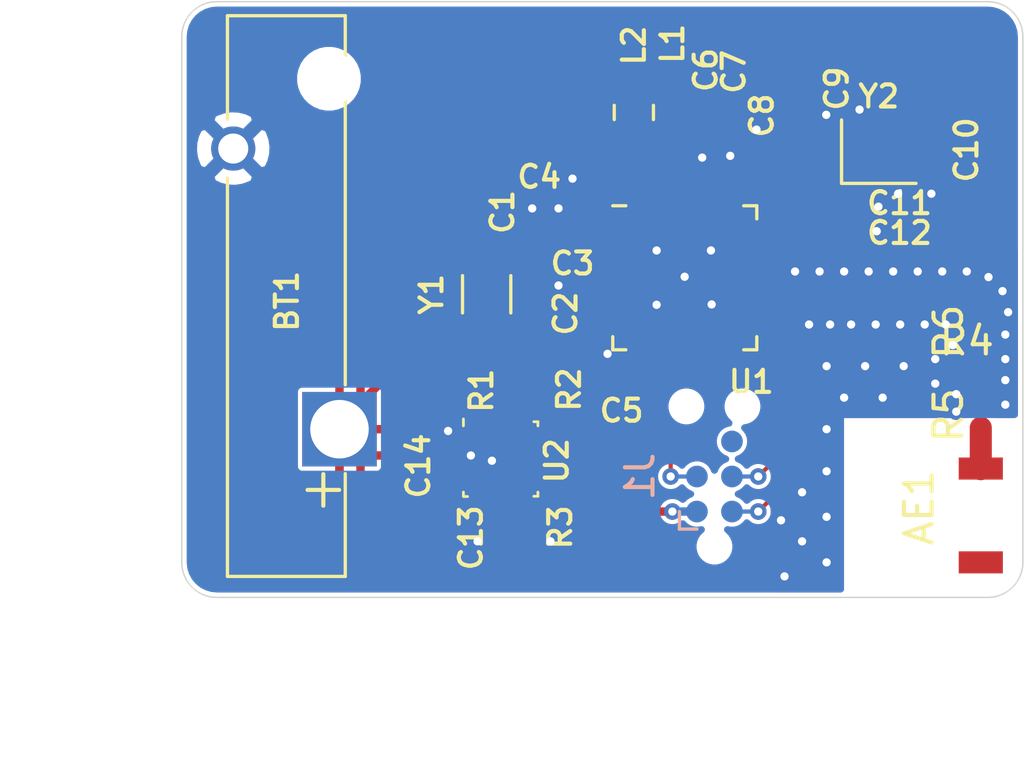
<source format=kicad_pcb>
(kicad_pcb (version 20171130) (host pcbnew 5.1.4-e60b266~84~ubuntu18.04.1)

  (general
    (thickness 1.6)
    (drawings 11)
    (tracks 244)
    (zones 0)
    (modules 33)
    (nets 22)
  )

  (page A4)
  (layers
    (0 F.Cu signal)
    (31 B.Cu signal)
    (32 B.Adhes user)
    (33 F.Adhes user)
    (34 B.Paste user)
    (35 F.Paste user)
    (36 B.SilkS user)
    (37 F.SilkS user)
    (38 B.Mask user)
    (39 F.Mask user)
    (40 Dwgs.User user)
    (41 Cmts.User user)
    (42 Eco1.User user)
    (43 Eco2.User user)
    (44 Edge.Cuts user)
    (45 Margin user)
    (46 B.CrtYd user)
    (47 F.CrtYd user)
    (48 B.Fab user hide)
    (49 F.Fab user hide)
  )

  (setup
    (last_trace_width 0.1524)
    (trace_clearance 0.1524)
    (zone_clearance 0.1524)
    (zone_45_only no)
    (trace_min 0.1524)
    (via_size 0.6)
    (via_drill 0.3)
    (via_min_size 0.3)
    (via_min_drill 0.3)
    (uvia_size 0.3)
    (uvia_drill 0.1)
    (uvias_allowed no)
    (uvia_min_size 0.2)
    (uvia_min_drill 0.1)
    (edge_width 0.05)
    (segment_width 0.2)
    (pcb_text_width 0.3)
    (pcb_text_size 1.5 1.5)
    (mod_edge_width 0.12)
    (mod_text_size 0.8 0.8)
    (mod_text_width 0.15)
    (pad_size 1.524 1.524)
    (pad_drill 0.762)
    (pad_to_mask_clearance 0.051)
    (solder_mask_min_width 0.25)
    (aux_axis_origin 0 0)
    (grid_origin 83.82 101.6)
    (visible_elements FFFFFF7F)
    (pcbplotparams
      (layerselection 0x010fc_ffffffff)
      (usegerberextensions false)
      (usegerberattributes false)
      (usegerberadvancedattributes false)
      (creategerberjobfile false)
      (excludeedgelayer true)
      (linewidth 0.100000)
      (plotframeref false)
      (viasonmask false)
      (mode 1)
      (useauxorigin false)
      (hpglpennumber 1)
      (hpglpenspeed 20)
      (hpglpendiameter 15.000000)
      (psnegative false)
      (psa4output false)
      (plotreference true)
      (plotvalue true)
      (plotinvisibletext false)
      (padsonsilk false)
      (subtractmaskfromsilk false)
      (outputformat 1)
      (mirror false)
      (drillshape 1)
      (scaleselection 1)
      (outputdirectory ""))
  )

  (net 0 "")
  (net 1 GND)
  (net 2 VDD)
  (net 3 "Net-(C1-Pad2)")
  (net 4 "Net-(C2-Pad2)")
  (net 5 "Net-(C3-Pad1)")
  (net 6 "Net-(C6-Pad1)")
  (net 7 "Net-(C9-Pad2)")
  (net 8 "Net-(C10-Pad2)")
  (net 9 "Net-(C11-Pad2)")
  (net 10 "Net-(C12-Pad2)")
  (net 11 "Net-(L1-Pad2)")
  (net 12 "Net-(L2-Pad2)")
  (net 13 SDA)
  (net 14 SCL)
  (net 15 "Net-(R3-Pad1)")
  (net 16 /SWCLK)
  (net 17 /NRESET)
  (net 18 /SWDIO)
  (net 19 "Net-(AE1-Pad1)")
  (net 20 /ANT)
  (net 21 "Net-(R4-Pad2)")

  (net_class Default "This is the default net class."
    (clearance 0.1524)
    (trace_width 0.1524)
    (via_dia 0.6)
    (via_drill 0.3)
    (uvia_dia 0.3)
    (uvia_drill 0.1)
    (add_net /NRESET)
    (add_net /SWCLK)
    (add_net /SWDIO)
    (add_net "Net-(AE1-Pad1)")
    (add_net "Net-(C1-Pad2)")
    (add_net "Net-(C10-Pad2)")
    (add_net "Net-(C11-Pad2)")
    (add_net "Net-(C12-Pad2)")
    (add_net "Net-(C2-Pad2)")
    (add_net "Net-(C3-Pad1)")
    (add_net "Net-(C6-Pad1)")
    (add_net "Net-(C9-Pad2)")
    (add_net "Net-(L1-Pad2)")
    (add_net "Net-(L2-Pad2)")
    (add_net "Net-(R3-Pad1)")
    (add_net "Net-(R4-Pad2)")
    (add_net SCL)
    (add_net SDA)
  )

  (net_class ANT ""
    (clearance 0.1524)
    (trace_width 1)
    (via_dia 0.6)
    (via_drill 0.3)
    (uvia_dia 0.3)
    (uvia_drill 0.1)
    (add_net /ANT)
  )

  (net_class Power ""
    (clearance 0.1524)
    (trace_width 0.3048)
    (via_dia 0.6)
    (via_drill 0.3)
    (uvia_dia 0.3)
    (uvia_drill 0.1)
    (add_net GND)
    (add_net VDD)
  )

  (module Resistor_SMD:R_0402_1005Metric (layer F.Cu) (tedit 5B301BBD) (tstamp 5DE16BB5)
    (at 112.776 91.971 90)
    (descr "Resistor SMD 0402 (1005 Metric), square (rectangular) end terminal, IPC_7351 nominal, (Body size source: http://www.tortai-tech.com/upload/download/2011102023233369053.pdf), generated with kicad-footprint-generator")
    (tags resistor)
    (path /5DEAF727)
    (attr smd)
    (fp_text reference R6 (at 0 -1.17 90) (layer F.SilkS)
      (effects (font (size 1 1) (thickness 0.15)))
    )
    (fp_text value NC (at 0 1.17 90) (layer F.Fab)
      (effects (font (size 1 1) (thickness 0.15)))
    )
    (fp_text user %R (at 0 0 90) (layer F.Fab)
      (effects (font (size 0.25 0.25) (thickness 0.04)))
    )
    (fp_line (start 0.93 0.47) (end -0.93 0.47) (layer F.CrtYd) (width 0.05))
    (fp_line (start 0.93 -0.47) (end 0.93 0.47) (layer F.CrtYd) (width 0.05))
    (fp_line (start -0.93 -0.47) (end 0.93 -0.47) (layer F.CrtYd) (width 0.05))
    (fp_line (start -0.93 0.47) (end -0.93 -0.47) (layer F.CrtYd) (width 0.05))
    (fp_line (start 0.5 0.25) (end -0.5 0.25) (layer F.Fab) (width 0.1))
    (fp_line (start 0.5 -0.25) (end 0.5 0.25) (layer F.Fab) (width 0.1))
    (fp_line (start -0.5 -0.25) (end 0.5 -0.25) (layer F.Fab) (width 0.1))
    (fp_line (start -0.5 0.25) (end -0.5 -0.25) (layer F.Fab) (width 0.1))
    (pad 2 smd roundrect (at 0.485 0 90) (size 0.59 0.64) (layers F.Cu F.Paste F.Mask) (roundrect_rratio 0.25)
      (net 20 /ANT))
    (pad 1 smd roundrect (at -0.485 0 90) (size 0.59 0.64) (layers F.Cu F.Paste F.Mask) (roundrect_rratio 0.25)
      (net 21 "Net-(R4-Pad2)"))
    (model ${KISYS3DMOD}/Resistor_SMD.3dshapes/R_0402_1005Metric.wrl
      (at (xyz 0 0 0))
      (scale (xyz 1 1 1))
      (rotate (xyz 0 0 0))
    )
  )

  (module Resistor_SMD:R_0402_1005Metric (layer F.Cu) (tedit 5B301BBD) (tstamp 5DE16BA6)
    (at 112.776 94.996 90)
    (descr "Resistor SMD 0402 (1005 Metric), square (rectangular) end terminal, IPC_7351 nominal, (Body size source: http://www.tortai-tech.com/upload/download/2011102023233369053.pdf), generated with kicad-footprint-generator")
    (tags resistor)
    (path /5DEAEE2E)
    (attr smd)
    (fp_text reference R5 (at 0 -1.17 90) (layer F.SilkS)
      (effects (font (size 1 1) (thickness 0.15)))
    )
    (fp_text value 0 (at 0 1.17 90) (layer F.Fab)
      (effects (font (size 1 1) (thickness 0.15)))
    )
    (fp_text user %R (at 0 0 90) (layer F.Fab)
      (effects (font (size 0.25 0.25) (thickness 0.04)))
    )
    (fp_line (start 0.93 0.47) (end -0.93 0.47) (layer F.CrtYd) (width 0.05))
    (fp_line (start 0.93 -0.47) (end 0.93 0.47) (layer F.CrtYd) (width 0.05))
    (fp_line (start -0.93 -0.47) (end 0.93 -0.47) (layer F.CrtYd) (width 0.05))
    (fp_line (start -0.93 0.47) (end -0.93 -0.47) (layer F.CrtYd) (width 0.05))
    (fp_line (start 0.5 0.25) (end -0.5 0.25) (layer F.Fab) (width 0.1))
    (fp_line (start 0.5 -0.25) (end 0.5 0.25) (layer F.Fab) (width 0.1))
    (fp_line (start -0.5 -0.25) (end 0.5 -0.25) (layer F.Fab) (width 0.1))
    (fp_line (start -0.5 0.25) (end -0.5 -0.25) (layer F.Fab) (width 0.1))
    (pad 2 smd roundrect (at 0.485 0 90) (size 0.59 0.64) (layers F.Cu F.Paste F.Mask) (roundrect_rratio 0.25)
      (net 21 "Net-(R4-Pad2)"))
    (pad 1 smd roundrect (at -0.485 0 90) (size 0.59 0.64) (layers F.Cu F.Paste F.Mask) (roundrect_rratio 0.25)
      (net 19 "Net-(AE1-Pad1)"))
    (model ${KISYS3DMOD}/Resistor_SMD.3dshapes/R_0402_1005Metric.wrl
      (at (xyz 0 0 0))
      (scale (xyz 1 1 1))
      (rotate (xyz 0 0 0))
    )
  )

  (module Resistor_SMD:R_0402_1005Metric (layer F.Cu) (tedit 5B301BBD) (tstamp 5DE16B97)
    (at 112.268 93.472)
    (descr "Resistor SMD 0402 (1005 Metric), square (rectangular) end terminal, IPC_7351 nominal, (Body size source: http://www.tortai-tech.com/upload/download/2011102023233369053.pdf), generated with kicad-footprint-generator")
    (tags resistor)
    (path /5DEAFF11)
    (attr smd)
    (fp_text reference R4 (at 0 -1.17) (layer F.SilkS)
      (effects (font (size 1 1) (thickness 0.15)))
    )
    (fp_text value NC (at 0 1.17) (layer F.Fab)
      (effects (font (size 1 1) (thickness 0.15)))
    )
    (fp_text user %R (at 0 0) (layer F.Fab)
      (effects (font (size 0.25 0.25) (thickness 0.04)))
    )
    (fp_line (start 0.93 0.47) (end -0.93 0.47) (layer F.CrtYd) (width 0.05))
    (fp_line (start 0.93 -0.47) (end 0.93 0.47) (layer F.CrtYd) (width 0.05))
    (fp_line (start -0.93 -0.47) (end 0.93 -0.47) (layer F.CrtYd) (width 0.05))
    (fp_line (start -0.93 0.47) (end -0.93 -0.47) (layer F.CrtYd) (width 0.05))
    (fp_line (start 0.5 0.25) (end -0.5 0.25) (layer F.Fab) (width 0.1))
    (fp_line (start 0.5 -0.25) (end 0.5 0.25) (layer F.Fab) (width 0.1))
    (fp_line (start -0.5 -0.25) (end 0.5 -0.25) (layer F.Fab) (width 0.1))
    (fp_line (start -0.5 0.25) (end -0.5 -0.25) (layer F.Fab) (width 0.1))
    (pad 2 smd roundrect (at 0.485 0) (size 0.59 0.64) (layers F.Cu F.Paste F.Mask) (roundrect_rratio 0.25)
      (net 21 "Net-(R4-Pad2)"))
    (pad 1 smd roundrect (at -0.485 0) (size 0.59 0.64) (layers F.Cu F.Paste F.Mask) (roundrect_rratio 0.25)
      (net 1 GND))
    (model ${KISYS3DMOD}/Resistor_SMD.3dshapes/R_0402_1005Metric.wrl
      (at (xyz 0 0 0))
      (scale (xyz 1 1 1))
      (rotate (xyz 0 0 0))
    )
  )

  (module sensor_ble:2450AT18B100 (layer F.Cu) (tedit 5DE11499) (tstamp 5DE16D73)
    (at 112.776 98.63 270)
    (path /5DEA724A)
    (fp_text reference AE1 (at -0.28 2.24 90) (layer F.SilkS)
      (effects (font (size 1 1) (thickness 0.15)))
    )
    (fp_text value Antenna_Chip (at -0.36 -2.17 90) (layer F.Fab)
      (effects (font (size 1 1) (thickness 0.15)))
    )
    (pad 2 smd rect (at 1.7 0 270) (size 0.8 1.6) (layers F.Cu F.Paste F.Mask))
    (pad 1 smd rect (at -1.7 0 270) (size 0.8 1.6) (layers F.Cu F.Paste F.Mask)
      (net 19 "Net-(AE1-Pad1)"))
  )

  (module Connector:Tag-Connect_TC2030-IDC-NL_2x03_P1.27mm_Vertical (layer B.Cu) (tedit 5A29CEA9) (tstamp 5DD8DA8E)
    (at 103.124 97.2185 90)
    (descr "Tag-Connect programming header; http://www.tag-connect.com/Materials/TC2030-IDC-NL.pdf")
    (tags "tag connect programming header pogo pins")
    (path /5DE5D834)
    (attr virtual)
    (fp_text reference J1 (at 0 -2.7 270) (layer B.SilkS)
      (effects (font (size 1 1) (thickness 0.15)) (justify mirror))
    )
    (fp_text value TC2030 (at 0 2.3 270) (layer B.Fab)
      (effects (font (size 1 1) (thickness 0.15)) (justify mirror))
    )
    (fp_text user KEEPOUT (at 0 0 270) (layer Cmts.User)
      (effects (font (size 0.4 0.4) (thickness 0.07)))
    )
    (fp_line (start 0.635 -0.635) (end 1.27 0) (layer Dwgs.User) (width 0.1))
    (fp_line (start 0 -0.635) (end 1.27 0.635) (layer Dwgs.User) (width 0.1))
    (fp_line (start -0.635 -0.635) (end 0.635 0.635) (layer Dwgs.User) (width 0.1))
    (fp_line (start -1.27 0) (end -0.635 0.635) (layer Dwgs.User) (width 0.1))
    (fp_line (start -1.27 -0.635) (end 0 0.635) (layer Dwgs.User) (width 0.1))
    (fp_line (start -1.27 0.635) (end 1.27 0.635) (layer Dwgs.User) (width 0.1))
    (fp_line (start 1.27 0.635) (end 1.27 -0.635) (layer Dwgs.User) (width 0.1))
    (fp_line (start 1.27 -0.635) (end -1.27 -0.635) (layer Dwgs.User) (width 0.1))
    (fp_line (start -1.27 -0.635) (end -1.27 0.635) (layer Dwgs.User) (width 0.1))
    (fp_text user %R (at 0 0 270) (layer B.Fab)
      (effects (font (size 1 1) (thickness 0.15)) (justify mirror))
    )
    (fp_line (start -3.5 2) (end 3.5 2) (layer B.CrtYd) (width 0.05))
    (fp_line (start 3.5 2) (end 3.5 -2) (layer B.CrtYd) (width 0.05))
    (fp_line (start 3.5 -2) (end -3.5 -2) (layer B.CrtYd) (width 0.05))
    (fp_line (start -3.5 -2) (end -3.5 2) (layer B.CrtYd) (width 0.05))
    (fp_line (start -1.27 -1.27) (end -1.905 -1.27) (layer B.SilkS) (width 0.12))
    (fp_line (start -1.905 -1.27) (end -1.905 -0.635) (layer B.SilkS) (width 0.12))
    (pad 6 connect circle (at 1.27 0.635 90) (size 0.7874 0.7874) (layers B.Cu B.Mask))
    (pad 5 connect circle (at 1.27 -0.635 90) (size 0.7874 0.7874) (layers B.Cu B.Mask)
      (net 1 GND))
    (pad 4 connect circle (at 0 0.635 90) (size 0.7874 0.7874) (layers B.Cu B.Mask)
      (net 16 /SWCLK))
    (pad 3 connect circle (at 0 -0.635 90) (size 0.7874 0.7874) (layers B.Cu B.Mask)
      (net 17 /NRESET))
    (pad 2 connect circle (at -1.27 0.635 90) (size 0.7874 0.7874) (layers B.Cu B.Mask)
      (net 18 /SWDIO))
    (pad 1 connect circle (at -1.27 -0.635 90) (size 0.7874 0.7874) (layers B.Cu B.Mask)
      (net 2 VDD))
    (pad "" np_thru_hole circle (at -2.54 0 90) (size 0.9906 0.9906) (drill 0.9906) (layers *.Cu *.Mask))
    (pad "" np_thru_hole circle (at 2.54 -1.016 90) (size 0.9906 0.9906) (drill 0.9906) (layers *.Cu *.Mask))
    (pad "" np_thru_hole circle (at 2.54 1.016 90) (size 0.9906 0.9906) (drill 0.9906) (layers *.Cu *.Mask))
  )

  (module MountingHole:MountingHole_2mm (layer F.Cu) (tedit 5B924920) (tstamp 5DD8B7C7)
    (at 102.87 105.537)
    (descr "Mounting Hole 2mm, no annular")
    (tags "mounting hole 2mm no annular")
    (path /5DE39090)
    (attr virtual)
    (fp_text reference H2 (at 0 -3.2) (layer F.SilkS) hide
      (effects (font (size 0.8 0.8) (thickness 0.15)))
    )
    (fp_text value MountingHole (at 0 3.1) (layer F.Fab)
      (effects (font (size 0.8 0.8) (thickness 0.15)))
    )
    (fp_circle (center 0 0) (end 2.25 0) (layer F.CrtYd) (width 0.05))
    (fp_circle (center 0 0) (end 2 0) (layer Cmts.User) (width 0.15))
    (fp_text user %R (at 0.3 0) (layer F.Fab)
      (effects (font (size 0.8 0.8) (thickness 0.15)))
    )
    (pad "" np_thru_hole circle (at 0 0) (size 2 2) (drill 2) (layers *.Cu *.Mask))
  )

  (module MountingHole:MountingHole_2mm (layer F.Cu) (tedit 5B924920) (tstamp 5DD8B7BF)
    (at 89.154 82.804)
    (descr "Mounting Hole 2mm, no annular")
    (tags "mounting hole 2mm no annular")
    (path /5DE3894B)
    (attr virtual)
    (fp_text reference H1 (at 0 -3.2) (layer F.SilkS) hide
      (effects (font (size 0.8 0.8) (thickness 0.15)))
    )
    (fp_text value MountingHole (at 0 3.1) (layer F.Fab)
      (effects (font (size 0.8 0.8) (thickness 0.15)))
    )
    (fp_circle (center 0 0) (end 2.25 0) (layer F.CrtYd) (width 0.05))
    (fp_circle (center 0 0) (end 2 0) (layer Cmts.User) (width 0.15))
    (fp_text user %R (at 0.3 0) (layer F.Fab)
      (effects (font (size 0.8 0.8) (thickness 0.15)))
    )
    (pad "" np_thru_hole circle (at 0 0) (size 2 2) (drill 2) (layers *.Cu *.Mask))
  )

  (module Fiducial:Fiducial_0.5mm_Mask1.5mm (layer F.Cu) (tedit 5C18D139) (tstamp 5DD8B065)
    (at 112.522 81.661)
    (descr "Circular Fiducial, 0.5mm bare copper, 1.5mm soldermask opening")
    (tags fiducial)
    (path /5DE312B7)
    (attr smd)
    (fp_text reference FID2 (at 0 -1.7145) (layer F.SilkS) hide
      (effects (font (size 0.8 0.8) (thickness 0.15)))
    )
    (fp_text value Fiducial (at 0 1.7145) (layer F.Fab)
      (effects (font (size 0.8 0.8) (thickness 0.15)))
    )
    (fp_circle (center 0 0) (end 1 0) (layer F.CrtYd) (width 0.05))
    (fp_text user %R (at 0 0) (layer F.Fab)
      (effects (font (size 0.2 0.2) (thickness 0.04)))
    )
    (fp_circle (center 0 0) (end 0.75 0) (layer F.Fab) (width 0.1))
    (pad "" smd circle (at 0 0) (size 0.5 0.5) (layers F.Cu F.Mask)
      (solder_mask_margin 0.5) (clearance 0.5))
  )

  (module Fiducial:Fiducial_0.5mm_Mask1.5mm (layer F.Cu) (tedit 5C18D139) (tstamp 5DD8B21C)
    (at 86.614 99.6315)
    (descr "Circular Fiducial, 0.5mm bare copper, 1.5mm soldermask opening")
    (tags fiducial)
    (path /5DE2F9CF)
    (attr smd)
    (fp_text reference FID1 (at 0 -1.7145) (layer F.SilkS) hide
      (effects (font (size 0.8 0.8) (thickness 0.15)))
    )
    (fp_text value Fiducial (at 0 1.7145) (layer F.Fab)
      (effects (font (size 0.8 0.8) (thickness 0.15)))
    )
    (fp_circle (center 0 0) (end 1 0) (layer F.CrtYd) (width 0.05))
    (fp_text user %R (at 0 0) (layer F.Fab)
      (effects (font (size 0.2 0.2) (thickness 0.04)))
    )
    (fp_circle (center 0 0) (end 0.75 0) (layer F.Fab) (width 0.1))
    (pad "" smd circle (at 0 0) (size 0.5 0.5) (layers F.Cu F.Mask)
      (solder_mask_margin 0.5) (clearance 0.5))
  )

  (module Crystal:Crystal_SMD_2016-4Pin_2.0x1.6mm (layer F.Cu) (tedit 5A0FD1B2) (tstamp 5DD8551D)
    (at 109.0803 85.4456)
    (descr "SMD Crystal SERIES SMD2016/4 http://www.q-crystal.com/upload/5/2015552223166229.pdf, 2.0x1.6mm^2 package")
    (tags "SMD SMT crystal")
    (path /5DC65EE6)
    (attr smd)
    (fp_text reference Y2 (at 0 -2) (layer F.SilkS)
      (effects (font (size 0.8 0.8) (thickness 0.15)))
    )
    (fp_text value 32MHz (at 0 2) (layer F.Fab)
      (effects (font (size 0.8 0.8) (thickness 0.15)))
    )
    (fp_line (start 1.4 -1.3) (end -1.4 -1.3) (layer F.CrtYd) (width 0.05))
    (fp_line (start 1.4 1.3) (end 1.4 -1.3) (layer F.CrtYd) (width 0.05))
    (fp_line (start -1.4 1.3) (end 1.4 1.3) (layer F.CrtYd) (width 0.05))
    (fp_line (start -1.4 -1.3) (end -1.4 1.3) (layer F.CrtYd) (width 0.05))
    (fp_line (start -1.35 1.15) (end 1.35 1.15) (layer F.SilkS) (width 0.12))
    (fp_line (start -1.35 -1.15) (end -1.35 1.15) (layer F.SilkS) (width 0.12))
    (fp_line (start -1 0.3) (end -0.5 0.8) (layer F.Fab) (width 0.1))
    (fp_line (start -1 -0.7) (end -0.9 -0.8) (layer F.Fab) (width 0.1))
    (fp_line (start -1 0.7) (end -1 -0.7) (layer F.Fab) (width 0.1))
    (fp_line (start -0.9 0.8) (end -1 0.7) (layer F.Fab) (width 0.1))
    (fp_line (start 0.9 0.8) (end -0.9 0.8) (layer F.Fab) (width 0.1))
    (fp_line (start 1 0.7) (end 0.9 0.8) (layer F.Fab) (width 0.1))
    (fp_line (start 1 -0.7) (end 1 0.7) (layer F.Fab) (width 0.1))
    (fp_line (start 0.9 -0.8) (end 1 -0.7) (layer F.Fab) (width 0.1))
    (fp_line (start -0.9 -0.8) (end 0.9 -0.8) (layer F.Fab) (width 0.1))
    (fp_text user %R (at 0 0) (layer F.Fab)
      (effects (font (size 0.5 0.5) (thickness 0.075)))
    )
    (pad 4 smd rect (at -0.7 -0.55) (size 0.9 0.8) (layers F.Cu F.Paste F.Mask)
      (net 1 GND))
    (pad 3 smd rect (at 0.7 -0.55) (size 0.9 0.8) (layers F.Cu F.Paste F.Mask)
      (net 8 "Net-(C10-Pad2)"))
    (pad 2 smd rect (at 0.7 0.55) (size 0.9 0.8) (layers F.Cu F.Paste F.Mask)
      (net 1 GND))
    (pad 1 smd rect (at -0.7 0.55) (size 0.9 0.8) (layers F.Cu F.Paste F.Mask)
      (net 7 "Net-(C9-Pad2)"))
    (model ${KISYS3DMOD}/Crystal.3dshapes/Crystal_SMD_2016-4Pin_2.0x1.6mm.wrl
      (at (xyz 0 0 0))
      (scale (xyz 1 1 1))
      (rotate (xyz 0 0 0))
    )
  )

  (module Crystal:Crystal_SMD_3215-2Pin_3.2x1.5mm (layer F.Cu) (tedit 5A0FD1B2) (tstamp 5DD84CEF)
    (at 94.869 90.6145 90)
    (descr "SMD Crystal FC-135 https://support.epson.biz/td/api/doc_check.php?dl=brief_FC-135R_en.pdf")
    (tags "SMD SMT Crystal")
    (path /5DCA30BB)
    (attr smd)
    (fp_text reference Y1 (at 0 -2 90) (layer F.SilkS)
      (effects (font (size 0.8 0.8) (thickness 0.15)))
    )
    (fp_text value 32,768KHz (at 0 2 90) (layer F.Fab)
      (effects (font (size 0.8 0.8) (thickness 0.15)))
    )
    (fp_line (start 2 -1.15) (end 2 1.15) (layer F.CrtYd) (width 0.05))
    (fp_line (start -2 -1.15) (end -2 1.15) (layer F.CrtYd) (width 0.05))
    (fp_line (start -2 1.15) (end 2 1.15) (layer F.CrtYd) (width 0.05))
    (fp_line (start -1.6 0.75) (end 1.6 0.75) (layer F.Fab) (width 0.1))
    (fp_line (start -1.6 -0.75) (end 1.6 -0.75) (layer F.Fab) (width 0.1))
    (fp_line (start 1.6 -0.75) (end 1.6 0.75) (layer F.Fab) (width 0.1))
    (fp_line (start -0.675 -0.875) (end 0.675 -0.875) (layer F.SilkS) (width 0.12))
    (fp_line (start -0.675 0.875) (end 0.675 0.875) (layer F.SilkS) (width 0.12))
    (fp_line (start -1.6 -0.75) (end -1.6 0.75) (layer F.Fab) (width 0.1))
    (fp_line (start -2 -1.15) (end 2 -1.15) (layer F.CrtYd) (width 0.05))
    (fp_text user %R (at 0 -2 90) (layer F.Fab)
      (effects (font (size 0.8 0.8) (thickness 0.15)))
    )
    (pad 2 smd rect (at -1.25 0 90) (size 1 1.8) (layers F.Cu F.Paste F.Mask)
      (net 4 "Net-(C2-Pad2)"))
    (pad 1 smd rect (at 1.25 0 90) (size 1 1.8) (layers F.Cu F.Paste F.Mask)
      (net 3 "Net-(C1-Pad2)"))
    (model ${KISYS3DMOD}/Crystal.3dshapes/Crystal_SMD_3215-2Pin_3.2x1.5mm.wrl
      (at (xyz 0 0 0))
      (scale (xyz 1 1 1))
      (rotate (xyz 0 0 0))
    )
  )

  (module Package_LGA:Bosch_LGA-8_2.5x2.5mm_P0.65mm_ClockwisePinNumbering (layer F.Cu) (tedit 5A0FA816) (tstamp 5DD889AA)
    (at 95.377 96.5835)
    (descr LGA-8)
    (tags "lga land grid array")
    (path /5DD01867)
    (attr smd)
    (fp_text reference U2 (at 2.032 0.0635 270) (layer F.SilkS)
      (effects (font (size 0.8 0.8) (thickness 0.15)))
    )
    (fp_text value BME280 (at 0.015 2.535) (layer F.Fab)
      (effects (font (size 0.8 0.8) (thickness 0.15)))
    )
    (fp_line (start 1.41 1.54) (end -1.41 1.54) (layer F.CrtYd) (width 0.05))
    (fp_line (start 1.41 -1.54) (end 1.41 1.54) (layer F.CrtYd) (width 0.05))
    (fp_line (start -1.41 -1.54) (end 1.41 -1.54) (layer F.CrtYd) (width 0.05))
    (fp_line (start -1.41 1.54) (end -1.41 -1.54) (layer F.CrtYd) (width 0.05))
    (fp_line (start 1.25 1.25) (end -1.25 1.25) (layer F.Fab) (width 0.1))
    (fp_line (start 1.25 -1.25) (end 1.25 1.25) (layer F.Fab) (width 0.1))
    (fp_line (start -0.5 -1.25) (end 1.25 -1.25) (layer F.Fab) (width 0.1))
    (fp_line (start -1.25 1.25) (end -1.25 -0.5) (layer F.Fab) (width 0.1))
    (fp_line (start -1.35 -1.2) (end -1.35 -1.45) (layer F.SilkS) (width 0.1))
    (fp_line (start 1.35 -1.35) (end 1.35 -1.2) (layer F.SilkS) (width 0.1))
    (fp_line (start 1.2 -1.35) (end 1.35 -1.35) (layer F.SilkS) (width 0.1))
    (fp_line (start 1.35 1.35) (end 1.2 1.35) (layer F.SilkS) (width 0.1))
    (fp_line (start 1.35 1.35) (end 1.35 1.2) (layer F.SilkS) (width 0.1))
    (fp_line (start -1.35 1.35) (end -1.35 1.2) (layer F.SilkS) (width 0.1))
    (fp_line (start -1.25 -0.5) (end -0.5 -1.25) (layer F.Fab) (width 0.1))
    (fp_line (start -1.35 1.36) (end -1.2 1.36) (layer F.SilkS) (width 0.1))
    (fp_text user %R (at 0 0 180) (layer F.Fab)
      (effects (font (size 0.5 0.5) (thickness 0.075)))
    )
    (pad 5 smd rect (at 0.975 1.025 90) (size 0.5 0.35) (layers F.Cu F.Paste F.Mask)
      (net 15 "Net-(R3-Pad1)"))
    (pad 6 smd rect (at 0.325 1.025 90) (size 0.5 0.35) (layers F.Cu F.Paste F.Mask)
      (net 2 VDD))
    (pad 7 smd rect (at -0.325 1.025 90) (size 0.5 0.35) (layers F.Cu F.Paste F.Mask)
      (net 1 GND))
    (pad 8 smd rect (at -0.975 1.025 90) (size 0.5 0.35) (layers F.Cu F.Paste F.Mask)
      (net 2 VDD))
    (pad 1 smd rect (at -0.975 -1.025 90) (size 0.5 0.35) (layers F.Cu F.Paste F.Mask)
      (net 1 GND))
    (pad 2 smd rect (at -0.325 -1.025 90) (size 0.5 0.35) (layers F.Cu F.Paste F.Mask)
      (net 2 VDD))
    (pad 3 smd rect (at 0.325 -1.025 90) (size 0.5 0.35) (layers F.Cu F.Paste F.Mask)
      (net 13 SDA))
    (pad 4 smd rect (at 0.975 -1.025 90) (size 0.5 0.35) (layers F.Cu F.Paste F.Mask)
      (net 14 SCL))
    (model ${KISYS3DMOD}/Package_LGA.3dshapes/Bosch_LGA-8_2.5x2.5mm_P0.65mm_ClockwisePinNumbering.wrl
      (offset (xyz 0.01500000025472259 -0.03500000059435272 0))
      (scale (xyz 1 1 1))
      (rotate (xyz 0 0 0))
    )
  )

  (module Package_DFN_QFN:QFN-32-1EP_5x5mm_P0.5mm_EP3.6x3.6mm (layer F.Cu) (tedit 5B4E85CF) (tstamp 5DD84CC1)
    (at 102.0485 90.0165)
    (descr "QFN, 32 Pin (http://infocenter.nordicsemi.com/pdf/nRF52810_PS_v1.1.pdf (Page 468)), generated with kicad-footprint-generator ipc_dfn_qfn_generator.py")
    (tags "QFN DFN_QFN")
    (path /5DC5E292)
    (attr smd)
    (fp_text reference U1 (at 2.409 3.773) (layer F.SilkS)
      (effects (font (size 0.8 0.8) (thickness 0.15)))
    )
    (fp_text value Nrf52810-QCAA (at 0 3.8) (layer F.Fab)
      (effects (font (size 0.8 0.8) (thickness 0.15)))
    )
    (fp_text user %R (at 0 0) (layer F.Fab)
      (effects (font (size 0.8 0.8) (thickness 0.15)))
    )
    (fp_line (start 3.1 -3.1) (end -3.1 -3.1) (layer F.CrtYd) (width 0.05))
    (fp_line (start 3.1 3.1) (end 3.1 -3.1) (layer F.CrtYd) (width 0.05))
    (fp_line (start -3.1 3.1) (end 3.1 3.1) (layer F.CrtYd) (width 0.05))
    (fp_line (start -3.1 -3.1) (end -3.1 3.1) (layer F.CrtYd) (width 0.05))
    (fp_line (start -2.5 -1.5) (end -1.5 -2.5) (layer F.Fab) (width 0.1))
    (fp_line (start -2.5 2.5) (end -2.5 -1.5) (layer F.Fab) (width 0.1))
    (fp_line (start 2.5 2.5) (end -2.5 2.5) (layer F.Fab) (width 0.1))
    (fp_line (start 2.5 -2.5) (end 2.5 2.5) (layer F.Fab) (width 0.1))
    (fp_line (start -1.5 -2.5) (end 2.5 -2.5) (layer F.Fab) (width 0.1))
    (fp_line (start -2.135 -2.61) (end -2.61 -2.61) (layer F.SilkS) (width 0.12))
    (fp_line (start 2.61 2.61) (end 2.61 2.135) (layer F.SilkS) (width 0.12))
    (fp_line (start 2.135 2.61) (end 2.61 2.61) (layer F.SilkS) (width 0.12))
    (fp_line (start -2.61 2.61) (end -2.61 2.135) (layer F.SilkS) (width 0.12))
    (fp_line (start -2.135 2.61) (end -2.61 2.61) (layer F.SilkS) (width 0.12))
    (fp_line (start 2.61 -2.61) (end 2.61 -2.135) (layer F.SilkS) (width 0.12))
    (fp_line (start 2.135 -2.61) (end 2.61 -2.61) (layer F.SilkS) (width 0.12))
    (pad 32 smd roundrect (at -1.75 -2.45) (size 0.25 0.8) (layers F.Cu F.Paste F.Mask) (roundrect_rratio 0.25)
      (net 2 VDD))
    (pad 31 smd roundrect (at -1.25 -2.45) (size 0.25 0.8) (layers F.Cu F.Paste F.Mask) (roundrect_rratio 0.25)
      (net 12 "Net-(L2-Pad2)"))
    (pad 30 smd roundrect (at -0.75 -2.45) (size 0.25 0.8) (layers F.Cu F.Paste F.Mask) (roundrect_rratio 0.25)
      (net 6 "Net-(C6-Pad1)"))
    (pad 29 smd roundrect (at -0.25 -2.45) (size 0.25 0.8) (layers F.Cu F.Paste F.Mask) (roundrect_rratio 0.25)
      (net 1 GND))
    (pad 28 smd roundrect (at 0.25 -2.45) (size 0.25 0.8) (layers F.Cu F.Paste F.Mask) (roundrect_rratio 0.25))
    (pad 27 smd roundrect (at 0.75 -2.45) (size 0.25 0.8) (layers F.Cu F.Paste F.Mask) (roundrect_rratio 0.25))
    (pad 26 smd roundrect (at 1.25 -2.45) (size 0.25 0.8) (layers F.Cu F.Paste F.Mask) (roundrect_rratio 0.25))
    (pad 25 smd roundrect (at 1.75 -2.45) (size 0.25 0.8) (layers F.Cu F.Paste F.Mask) (roundrect_rratio 0.25)
      (net 2 VDD))
    (pad 24 smd roundrect (at 2.45 -1.75) (size 0.8 0.25) (layers F.Cu F.Paste F.Mask) (roundrect_rratio 0.25)
      (net 7 "Net-(C9-Pad2)"))
    (pad 23 smd roundrect (at 2.45 -1.25) (size 0.8 0.25) (layers F.Cu F.Paste F.Mask) (roundrect_rratio 0.25)
      (net 8 "Net-(C10-Pad2)"))
    (pad 22 smd roundrect (at 2.45 -0.75) (size 0.8 0.25) (layers F.Cu F.Paste F.Mask) (roundrect_rratio 0.25)
      (net 9 "Net-(C11-Pad2)"))
    (pad 21 smd roundrect (at 2.45 -0.25) (size 0.8 0.25) (layers F.Cu F.Paste F.Mask) (roundrect_rratio 0.25)
      (net 10 "Net-(C12-Pad2)"))
    (pad 20 smd roundrect (at 2.45 0.25) (size 0.8 0.25) (layers F.Cu F.Paste F.Mask) (roundrect_rratio 0.25))
    (pad 19 smd roundrect (at 2.45 0.75) (size 0.8 0.25) (layers F.Cu F.Paste F.Mask) (roundrect_rratio 0.25)
      (net 20 /ANT))
    (pad 18 smd roundrect (at 2.45 1.25) (size 0.8 0.25) (layers F.Cu F.Paste F.Mask) (roundrect_rratio 0.25)
      (net 18 /SWDIO))
    (pad 17 smd roundrect (at 2.45 1.75) (size 0.8 0.25) (layers F.Cu F.Paste F.Mask) (roundrect_rratio 0.25)
      (net 16 /SWCLK))
    (pad 16 smd roundrect (at 1.75 2.45) (size 0.25 0.8) (layers F.Cu F.Paste F.Mask) (roundrect_rratio 0.25)
      (net 17 /NRESET))
    (pad 15 smd roundrect (at 1.25 2.45) (size 0.25 0.8) (layers F.Cu F.Paste F.Mask) (roundrect_rratio 0.25))
    (pad 14 smd roundrect (at 0.75 2.45) (size 0.25 0.8) (layers F.Cu F.Paste F.Mask) (roundrect_rratio 0.25))
    (pad 13 smd roundrect (at 0.25 2.45) (size 0.25 0.8) (layers F.Cu F.Paste F.Mask) (roundrect_rratio 0.25))
    (pad 12 smd roundrect (at -0.25 2.45) (size 0.25 0.8) (layers F.Cu F.Paste F.Mask) (roundrect_rratio 0.25))
    (pad 11 smd roundrect (at -0.75 2.45) (size 0.25 0.8) (layers F.Cu F.Paste F.Mask) (roundrect_rratio 0.25))
    (pad 10 smd roundrect (at -1.25 2.45) (size 0.25 0.8) (layers F.Cu F.Paste F.Mask) (roundrect_rratio 0.25))
    (pad 9 smd roundrect (at -1.75 2.45) (size 0.25 0.8) (layers F.Cu F.Paste F.Mask) (roundrect_rratio 0.25)
      (net 2 VDD))
    (pad 8 smd roundrect (at -2.45 1.75) (size 0.8 0.25) (layers F.Cu F.Paste F.Mask) (roundrect_rratio 0.25)
      (net 13 SDA))
    (pad 7 smd roundrect (at -2.45 1.25) (size 0.8 0.25) (layers F.Cu F.Paste F.Mask) (roundrect_rratio 0.25)
      (net 14 SCL))
    (pad 6 smd roundrect (at -2.45 0.75) (size 0.8 0.25) (layers F.Cu F.Paste F.Mask) (roundrect_rratio 0.25))
    (pad 5 smd roundrect (at -2.45 0.25) (size 0.8 0.25) (layers F.Cu F.Paste F.Mask) (roundrect_rratio 0.25))
    (pad 4 smd roundrect (at -2.45 -0.25) (size 0.8 0.25) (layers F.Cu F.Paste F.Mask) (roundrect_rratio 0.25))
    (pad 3 smd roundrect (at -2.45 -0.75) (size 0.8 0.25) (layers F.Cu F.Paste F.Mask) (roundrect_rratio 0.25)
      (net 4 "Net-(C2-Pad2)"))
    (pad 2 smd roundrect (at -2.45 -1.25) (size 0.8 0.25) (layers F.Cu F.Paste F.Mask) (roundrect_rratio 0.25)
      (net 3 "Net-(C1-Pad2)"))
    (pad 1 smd roundrect (at -2.45 -1.75) (size 0.8 0.25) (layers F.Cu F.Paste F.Mask) (roundrect_rratio 0.25)
      (net 5 "Net-(C3-Pad1)"))
    (pad "" smd roundrect (at 1.2 1.2) (size 0.97 0.97) (layers F.Paste) (roundrect_rratio 0.25))
    (pad "" smd roundrect (at 1.2 0) (size 0.97 0.97) (layers F.Paste) (roundrect_rratio 0.25))
    (pad "" smd roundrect (at 1.2 -1.2) (size 0.97 0.97) (layers F.Paste) (roundrect_rratio 0.25))
    (pad "" smd roundrect (at 0 1.2) (size 0.97 0.97) (layers F.Paste) (roundrect_rratio 0.25))
    (pad "" smd roundrect (at 0 0) (size 0.97 0.97) (layers F.Paste) (roundrect_rratio 0.25))
    (pad "" smd roundrect (at 0 -1.2) (size 0.97 0.97) (layers F.Paste) (roundrect_rratio 0.25))
    (pad "" smd roundrect (at -1.2 1.2) (size 0.97 0.97) (layers F.Paste) (roundrect_rratio 0.25))
    (pad "" smd roundrect (at -1.2 0) (size 0.97 0.97) (layers F.Paste) (roundrect_rratio 0.25))
    (pad "" smd roundrect (at -1.2 -1.2) (size 0.97 0.97) (layers F.Paste) (roundrect_rratio 0.25))
    (pad 33 smd roundrect (at 0 0) (size 3.6 3.6) (layers F.Cu F.Mask) (roundrect_rratio 0.06944400000000001)
      (net 1 GND))
    (model ${KISYS3DMOD}/Package_DFN_QFN.3dshapes/QFN-32-1EP_5x5mm_P0.5mm_EP3.6x3.6mm.wrl
      (at (xyz 0 0 0))
      (scale (xyz 1 1 1))
      (rotate (xyz 0 0 0))
    )
  )

  (module Resistor_SMD:R_0402_1005Metric (layer F.Cu) (tedit 5B301BBD) (tstamp 5DD84C82)
    (at 96.3295 99.083 270)
    (descr "Resistor SMD 0402 (1005 Metric), square (rectangular) end terminal, IPC_7351 nominal, (Body size source: http://www.tortai-tech.com/upload/download/2011102023233369053.pdf), generated with kicad-footprint-generator")
    (tags resistor)
    (path /5DD8A3B2)
    (attr smd)
    (fp_text reference R3 (at -0.023 -1.2065 90) (layer F.SilkS)
      (effects (font (size 0.8 0.8) (thickness 0.15)))
    )
    (fp_text value 1k (at 0 1.17 90) (layer F.Fab)
      (effects (font (size 0.8 0.8) (thickness 0.15)))
    )
    (fp_text user %R (at 0 0 90) (layer F.Fab)
      (effects (font (size 0.25 0.25) (thickness 0.04)))
    )
    (fp_line (start 0.93 0.47) (end -0.93 0.47) (layer F.CrtYd) (width 0.05))
    (fp_line (start 0.93 -0.47) (end 0.93 0.47) (layer F.CrtYd) (width 0.05))
    (fp_line (start -0.93 -0.47) (end 0.93 -0.47) (layer F.CrtYd) (width 0.05))
    (fp_line (start -0.93 0.47) (end -0.93 -0.47) (layer F.CrtYd) (width 0.05))
    (fp_line (start 0.5 0.25) (end -0.5 0.25) (layer F.Fab) (width 0.1))
    (fp_line (start 0.5 -0.25) (end 0.5 0.25) (layer F.Fab) (width 0.1))
    (fp_line (start -0.5 -0.25) (end 0.5 -0.25) (layer F.Fab) (width 0.1))
    (fp_line (start -0.5 0.25) (end -0.5 -0.25) (layer F.Fab) (width 0.1))
    (pad 2 smd roundrect (at 0.485 0 270) (size 0.59 0.64) (layers F.Cu F.Paste F.Mask) (roundrect_rratio 0.25)
      (net 1 GND))
    (pad 1 smd roundrect (at -0.485 0 270) (size 0.59 0.64) (layers F.Cu F.Paste F.Mask) (roundrect_rratio 0.25)
      (net 15 "Net-(R3-Pad1)"))
    (model ${KISYS3DMOD}/Resistor_SMD.3dshapes/R_0402_1005Metric.wrl
      (at (xyz 0 0 0))
      (scale (xyz 1 1 1))
      (rotate (xyz 0 0 0))
    )
  )

  (module Resistor_SMD:R_0402_1005Metric (layer F.Cu) (tedit 5B301BBD) (tstamp 5DD84C73)
    (at 96.7105 94.0665 270)
    (descr "Resistor SMD 0402 (1005 Metric), square (rectangular) end terminal, IPC_7351 nominal, (Body size source: http://www.tortai-tech.com/upload/download/2011102023233369053.pdf), generated with kicad-footprint-generator")
    (tags resistor)
    (path /5DD46454)
    (attr smd)
    (fp_text reference R2 (at 0 -1.143 90) (layer F.SilkS)
      (effects (font (size 0.8 0.8) (thickness 0.15)))
    )
    (fp_text value 4,7k (at 0 1.17 90) (layer F.Fab)
      (effects (font (size 0.8 0.8) (thickness 0.15)))
    )
    (fp_text user %R (at 0 0 90) (layer F.Fab)
      (effects (font (size 0.25 0.25) (thickness 0.04)))
    )
    (fp_line (start 0.93 0.47) (end -0.93 0.47) (layer F.CrtYd) (width 0.05))
    (fp_line (start 0.93 -0.47) (end 0.93 0.47) (layer F.CrtYd) (width 0.05))
    (fp_line (start -0.93 -0.47) (end 0.93 -0.47) (layer F.CrtYd) (width 0.05))
    (fp_line (start -0.93 0.47) (end -0.93 -0.47) (layer F.CrtYd) (width 0.05))
    (fp_line (start 0.5 0.25) (end -0.5 0.25) (layer F.Fab) (width 0.1))
    (fp_line (start 0.5 -0.25) (end 0.5 0.25) (layer F.Fab) (width 0.1))
    (fp_line (start -0.5 -0.25) (end 0.5 -0.25) (layer F.Fab) (width 0.1))
    (fp_line (start -0.5 0.25) (end -0.5 -0.25) (layer F.Fab) (width 0.1))
    (pad 2 smd roundrect (at 0.485 0 270) (size 0.59 0.64) (layers F.Cu F.Paste F.Mask) (roundrect_rratio 0.25)
      (net 14 SCL))
    (pad 1 smd roundrect (at -0.485 0 270) (size 0.59 0.64) (layers F.Cu F.Paste F.Mask) (roundrect_rratio 0.25)
      (net 2 VDD))
    (model ${KISYS3DMOD}/Resistor_SMD.3dshapes/R_0402_1005Metric.wrl
      (at (xyz 0 0 0))
      (scale (xyz 1 1 1))
      (rotate (xyz 0 0 0))
    )
  )

  (module Resistor_SMD:R_0402_1005Metric (layer F.Cu) (tedit 5B301BBD) (tstamp 5DD84C64)
    (at 95.758 94.0665 270)
    (descr "Resistor SMD 0402 (1005 Metric), square (rectangular) end terminal, IPC_7351 nominal, (Body size source: http://www.tortai-tech.com/upload/download/2011102023233369053.pdf), generated with kicad-footprint-generator")
    (tags resistor)
    (path /5DD4603E)
    (attr smd)
    (fp_text reference R1 (at 0.0405 1.0795 90) (layer F.SilkS)
      (effects (font (size 0.8 0.8) (thickness 0.15)))
    )
    (fp_text value 4,7k (at 0 1.17 90) (layer F.Fab)
      (effects (font (size 0.8 0.8) (thickness 0.15)))
    )
    (fp_text user %R (at 0 0 90) (layer F.Fab)
      (effects (font (size 0.25 0.25) (thickness 0.04)))
    )
    (fp_line (start 0.93 0.47) (end -0.93 0.47) (layer F.CrtYd) (width 0.05))
    (fp_line (start 0.93 -0.47) (end 0.93 0.47) (layer F.CrtYd) (width 0.05))
    (fp_line (start -0.93 -0.47) (end 0.93 -0.47) (layer F.CrtYd) (width 0.05))
    (fp_line (start -0.93 0.47) (end -0.93 -0.47) (layer F.CrtYd) (width 0.05))
    (fp_line (start 0.5 0.25) (end -0.5 0.25) (layer F.Fab) (width 0.1))
    (fp_line (start 0.5 -0.25) (end 0.5 0.25) (layer F.Fab) (width 0.1))
    (fp_line (start -0.5 -0.25) (end 0.5 -0.25) (layer F.Fab) (width 0.1))
    (fp_line (start -0.5 0.25) (end -0.5 -0.25) (layer F.Fab) (width 0.1))
    (pad 2 smd roundrect (at 0.485 0 270) (size 0.59 0.64) (layers F.Cu F.Paste F.Mask) (roundrect_rratio 0.25)
      (net 13 SDA))
    (pad 1 smd roundrect (at -0.485 0 270) (size 0.59 0.64) (layers F.Cu F.Paste F.Mask) (roundrect_rratio 0.25)
      (net 2 VDD))
    (model ${KISYS3DMOD}/Resistor_SMD.3dshapes/R_0402_1005Metric.wrl
      (at (xyz 0 0 0))
      (scale (xyz 1 1 1))
      (rotate (xyz 0 0 0))
    )
  )

  (module Inductor_SMD:L_0805_2012Metric (layer F.Cu) (tedit 5B36C52B) (tstamp 5DD84C55)
    (at 100.203 84.0255 270)
    (descr "Inductor SMD 0805 (2012 Metric), square (rectangular) end terminal, IPC_7351 nominal, (Body size source: https://docs.google.com/spreadsheets/d/1BsfQQcO9C6DZCsRaXUlFlo91Tg2WpOkGARC1WS5S8t0/edit?usp=sharing), generated with kicad-footprint-generator")
    (tags inductor)
    (path /5DCC2044)
    (attr smd)
    (fp_text reference L2 (at -2.428 0 90) (layer F.SilkS)
      (effects (font (size 0.8 0.8) (thickness 0.15)))
    )
    (fp_text value 10uH (at 0 1.65 90) (layer F.Fab)
      (effects (font (size 0.8 0.8) (thickness 0.15)))
    )
    (fp_text user %R (at 0 0 90) (layer F.Fab)
      (effects (font (size 0.5 0.5) (thickness 0.08)))
    )
    (fp_line (start 1.68 0.95) (end -1.68 0.95) (layer F.CrtYd) (width 0.05))
    (fp_line (start 1.68 -0.95) (end 1.68 0.95) (layer F.CrtYd) (width 0.05))
    (fp_line (start -1.68 -0.95) (end 1.68 -0.95) (layer F.CrtYd) (width 0.05))
    (fp_line (start -1.68 0.95) (end -1.68 -0.95) (layer F.CrtYd) (width 0.05))
    (fp_line (start -0.258578 0.71) (end 0.258578 0.71) (layer F.SilkS) (width 0.12))
    (fp_line (start -0.258578 -0.71) (end 0.258578 -0.71) (layer F.SilkS) (width 0.12))
    (fp_line (start 1 0.6) (end -1 0.6) (layer F.Fab) (width 0.1))
    (fp_line (start 1 -0.6) (end 1 0.6) (layer F.Fab) (width 0.1))
    (fp_line (start -1 -0.6) (end 1 -0.6) (layer F.Fab) (width 0.1))
    (fp_line (start -1 0.6) (end -1 -0.6) (layer F.Fab) (width 0.1))
    (pad 2 smd roundrect (at 0.9375 0 270) (size 0.975 1.4) (layers F.Cu F.Paste F.Mask) (roundrect_rratio 0.25)
      (net 12 "Net-(L2-Pad2)"))
    (pad 1 smd roundrect (at -0.9375 0 270) (size 0.975 1.4) (layers F.Cu F.Paste F.Mask) (roundrect_rratio 0.25)
      (net 11 "Net-(L1-Pad2)"))
    (model ${KISYS3DMOD}/Inductor_SMD.3dshapes/L_0805_2012Metric.wrl
      (at (xyz 0 0 0))
      (scale (xyz 1 1 1))
      (rotate (xyz 0 0 0))
    )
  )

  (module Inductor_SMD:L_0402_1005Metric (layer F.Cu) (tedit 5B301BBE) (tstamp 5DD84C44)
    (at 101.6635 83.2715 90)
    (descr "Inductor SMD 0402 (1005 Metric), square (rectangular) end terminal, IPC_7351 nominal, (Body size source: http://www.tortai-tech.com/upload/download/2011102023233369053.pdf), generated with kicad-footprint-generator")
    (tags inductor)
    (path /5DCC26E7)
    (attr smd)
    (fp_text reference L1 (at 1.7375 -0.0635 90) (layer F.SilkS)
      (effects (font (size 0.8 0.8) (thickness 0.15)))
    )
    (fp_text value 15nH (at 0 1.17 90) (layer F.Fab)
      (effects (font (size 0.8 0.8) (thickness 0.15)))
    )
    (fp_text user %R (at 0 0 90) (layer F.Fab)
      (effects (font (size 0.25 0.25) (thickness 0.04)))
    )
    (fp_line (start 0.93 0.47) (end -0.93 0.47) (layer F.CrtYd) (width 0.05))
    (fp_line (start 0.93 -0.47) (end 0.93 0.47) (layer F.CrtYd) (width 0.05))
    (fp_line (start -0.93 -0.47) (end 0.93 -0.47) (layer F.CrtYd) (width 0.05))
    (fp_line (start -0.93 0.47) (end -0.93 -0.47) (layer F.CrtYd) (width 0.05))
    (fp_line (start 0.5 0.25) (end -0.5 0.25) (layer F.Fab) (width 0.1))
    (fp_line (start 0.5 -0.25) (end 0.5 0.25) (layer F.Fab) (width 0.1))
    (fp_line (start -0.5 -0.25) (end 0.5 -0.25) (layer F.Fab) (width 0.1))
    (fp_line (start -0.5 0.25) (end -0.5 -0.25) (layer F.Fab) (width 0.1))
    (pad 2 smd roundrect (at 0.485 0 90) (size 0.59 0.64) (layers F.Cu F.Paste F.Mask) (roundrect_rratio 0.25)
      (net 11 "Net-(L1-Pad2)"))
    (pad 1 smd roundrect (at -0.485 0 90) (size 0.59 0.64) (layers F.Cu F.Paste F.Mask) (roundrect_rratio 0.25)
      (net 6 "Net-(C6-Pad1)"))
    (model ${KISYS3DMOD}/Inductor_SMD.3dshapes/L_0402_1005Metric.wrl
      (at (xyz 0 0 0))
      (scale (xyz 1 1 1))
      (rotate (xyz 0 0 0))
    )
  )

  (module Capacitor_SMD:C_0402_1005Metric (layer F.Cu) (tedit 5B301BBE) (tstamp 5DD84C35)
    (at 93.472 96.9875 90)
    (descr "Capacitor SMD 0402 (1005 Metric), square (rectangular) end terminal, IPC_7351 nominal, (Body size source: http://www.tortai-tech.com/upload/download/2011102023233369053.pdf), generated with kicad-footprint-generator")
    (tags capacitor)
    (path /5DD09813)
    (attr smd)
    (fp_text reference C14 (at 0.15 -1.0795 90) (layer F.SilkS)
      (effects (font (size 0.8 0.8) (thickness 0.15)))
    )
    (fp_text value 100nF (at 0 1.17 90) (layer F.Fab)
      (effects (font (size 0.8 0.8) (thickness 0.15)))
    )
    (fp_text user %R (at 0 0 90) (layer F.Fab)
      (effects (font (size 0.25 0.25) (thickness 0.04)))
    )
    (fp_line (start 0.93 0.47) (end -0.93 0.47) (layer F.CrtYd) (width 0.05))
    (fp_line (start 0.93 -0.47) (end 0.93 0.47) (layer F.CrtYd) (width 0.05))
    (fp_line (start -0.93 -0.47) (end 0.93 -0.47) (layer F.CrtYd) (width 0.05))
    (fp_line (start -0.93 0.47) (end -0.93 -0.47) (layer F.CrtYd) (width 0.05))
    (fp_line (start 0.5 0.25) (end -0.5 0.25) (layer F.Fab) (width 0.1))
    (fp_line (start 0.5 -0.25) (end 0.5 0.25) (layer F.Fab) (width 0.1))
    (fp_line (start -0.5 -0.25) (end 0.5 -0.25) (layer F.Fab) (width 0.1))
    (fp_line (start -0.5 0.25) (end -0.5 -0.25) (layer F.Fab) (width 0.1))
    (pad 2 smd roundrect (at 0.485 0 90) (size 0.59 0.64) (layers F.Cu F.Paste F.Mask) (roundrect_rratio 0.25)
      (net 1 GND))
    (pad 1 smd roundrect (at -0.485 0 90) (size 0.59 0.64) (layers F.Cu F.Paste F.Mask) (roundrect_rratio 0.25)
      (net 2 VDD))
    (model ${KISYS3DMOD}/Capacitor_SMD.3dshapes/C_0402_1005Metric.wrl
      (at (xyz 0 0 0))
      (scale (xyz 1 1 1))
      (rotate (xyz 0 0 0))
    )
  )

  (module Capacitor_SMD:C_0402_1005Metric (layer F.Cu) (tedit 5B301BBE) (tstamp 5DD84C26)
    (at 95.377 99.083 270)
    (descr "Capacitor SMD 0402 (1005 Metric), square (rectangular) end terminal, IPC_7351 nominal, (Body size source: http://www.tortai-tech.com/upload/download/2011102023233369053.pdf), generated with kicad-footprint-generator")
    (tags capacitor)
    (path /5DD06CA3)
    (attr smd)
    (fp_text reference C13 (at 0.358 1.0795 90) (layer F.SilkS)
      (effects (font (size 0.8 0.8) (thickness 0.15)))
    )
    (fp_text value 100nF (at 0 1.17 90) (layer F.Fab)
      (effects (font (size 0.8 0.8) (thickness 0.15)))
    )
    (fp_text user %R (at 0 0 90) (layer F.Fab)
      (effects (font (size 0.25 0.25) (thickness 0.04)))
    )
    (fp_line (start 0.93 0.47) (end -0.93 0.47) (layer F.CrtYd) (width 0.05))
    (fp_line (start 0.93 -0.47) (end 0.93 0.47) (layer F.CrtYd) (width 0.05))
    (fp_line (start -0.93 -0.47) (end 0.93 -0.47) (layer F.CrtYd) (width 0.05))
    (fp_line (start -0.93 0.47) (end -0.93 -0.47) (layer F.CrtYd) (width 0.05))
    (fp_line (start 0.5 0.25) (end -0.5 0.25) (layer F.Fab) (width 0.1))
    (fp_line (start 0.5 -0.25) (end 0.5 0.25) (layer F.Fab) (width 0.1))
    (fp_line (start -0.5 -0.25) (end 0.5 -0.25) (layer F.Fab) (width 0.1))
    (fp_line (start -0.5 0.25) (end -0.5 -0.25) (layer F.Fab) (width 0.1))
    (pad 2 smd roundrect (at 0.485 0 270) (size 0.59 0.64) (layers F.Cu F.Paste F.Mask) (roundrect_rratio 0.25)
      (net 1 GND))
    (pad 1 smd roundrect (at -0.485 0 270) (size 0.59 0.64) (layers F.Cu F.Paste F.Mask) (roundrect_rratio 0.25)
      (net 2 VDD))
    (model ${KISYS3DMOD}/Capacitor_SMD.3dshapes/C_0402_1005Metric.wrl
      (at (xyz 0 0 0))
      (scale (xyz 1 1 1))
      (rotate (xyz 0 0 0))
    )
  )

  (module Capacitor_SMD:C_0402_1005Metric (layer F.Cu) (tedit 5B301BBE) (tstamp 5DD84C17)
    (at 107.5031 88.3285 180)
    (descr "Capacitor SMD 0402 (1005 Metric), square (rectangular) end terminal, IPC_7351 nominal, (Body size source: http://www.tortai-tech.com/upload/download/2011102023233369053.pdf), generated with kicad-footprint-generator")
    (tags capacitor)
    (path /5DC806AB)
    (attr smd)
    (fp_text reference C12 (at -2.3265 -0.0635) (layer F.SilkS)
      (effects (font (size 0.8 0.8) (thickness 0.15)))
    )
    (fp_text value NF (at 0 1.17) (layer F.Fab)
      (effects (font (size 0.8 0.8) (thickness 0.15)))
    )
    (fp_text user %R (at 0 0) (layer F.Fab)
      (effects (font (size 0.25 0.25) (thickness 0.04)))
    )
    (fp_line (start 0.93 0.47) (end -0.93 0.47) (layer F.CrtYd) (width 0.05))
    (fp_line (start 0.93 -0.47) (end 0.93 0.47) (layer F.CrtYd) (width 0.05))
    (fp_line (start -0.93 -0.47) (end 0.93 -0.47) (layer F.CrtYd) (width 0.05))
    (fp_line (start -0.93 0.47) (end -0.93 -0.47) (layer F.CrtYd) (width 0.05))
    (fp_line (start 0.5 0.25) (end -0.5 0.25) (layer F.Fab) (width 0.1))
    (fp_line (start 0.5 -0.25) (end 0.5 0.25) (layer F.Fab) (width 0.1))
    (fp_line (start -0.5 -0.25) (end 0.5 -0.25) (layer F.Fab) (width 0.1))
    (fp_line (start -0.5 0.25) (end -0.5 -0.25) (layer F.Fab) (width 0.1))
    (pad 2 smd roundrect (at 0.485 0 180) (size 0.59 0.64) (layers F.Cu F.Paste F.Mask) (roundrect_rratio 0.25)
      (net 10 "Net-(C12-Pad2)"))
    (pad 1 smd roundrect (at -0.485 0 180) (size 0.59 0.64) (layers F.Cu F.Paste F.Mask) (roundrect_rratio 0.25)
      (net 1 GND))
    (model ${KISYS3DMOD}/Capacitor_SMD.3dshapes/C_0402_1005Metric.wrl
      (at (xyz 0 0 0))
      (scale (xyz 1 1 1))
      (rotate (xyz 0 0 0))
    )
  )

  (module Capacitor_SMD:C_0402_1005Metric (layer F.Cu) (tedit 5B301BBE) (tstamp 5DD84C08)
    (at 107.4801 87.249 180)
    (descr "Capacitor SMD 0402 (1005 Metric), square (rectangular) end terminal, IPC_7351 nominal, (Body size source: http://www.tortai-tech.com/upload/download/2011102023233369053.pdf), generated with kicad-footprint-generator")
    (tags capacitor)
    (path /5DC7FC81)
    (attr smd)
    (fp_text reference C11 (at -2.3495 -0.0635) (layer F.SilkS)
      (effects (font (size 0.8 0.8) (thickness 0.15)))
    )
    (fp_text value 100pF (at 0 1.17) (layer F.Fab)
      (effects (font (size 0.8 0.8) (thickness 0.15)))
    )
    (fp_text user %R (at 0 0) (layer F.Fab)
      (effects (font (size 0.25 0.25) (thickness 0.04)))
    )
    (fp_line (start 0.93 0.47) (end -0.93 0.47) (layer F.CrtYd) (width 0.05))
    (fp_line (start 0.93 -0.47) (end 0.93 0.47) (layer F.CrtYd) (width 0.05))
    (fp_line (start -0.93 -0.47) (end 0.93 -0.47) (layer F.CrtYd) (width 0.05))
    (fp_line (start -0.93 0.47) (end -0.93 -0.47) (layer F.CrtYd) (width 0.05))
    (fp_line (start 0.5 0.25) (end -0.5 0.25) (layer F.Fab) (width 0.1))
    (fp_line (start 0.5 -0.25) (end 0.5 0.25) (layer F.Fab) (width 0.1))
    (fp_line (start -0.5 -0.25) (end 0.5 -0.25) (layer F.Fab) (width 0.1))
    (fp_line (start -0.5 0.25) (end -0.5 -0.25) (layer F.Fab) (width 0.1))
    (pad 2 smd roundrect (at 0.485 0 180) (size 0.59 0.64) (layers F.Cu F.Paste F.Mask) (roundrect_rratio 0.25)
      (net 9 "Net-(C11-Pad2)"))
    (pad 1 smd roundrect (at -0.485 0 180) (size 0.59 0.64) (layers F.Cu F.Paste F.Mask) (roundrect_rratio 0.25)
      (net 1 GND))
    (model ${KISYS3DMOD}/Capacitor_SMD.3dshapes/C_0402_1005Metric.wrl
      (at (xyz 0 0 0))
      (scale (xyz 1 1 1))
      (rotate (xyz 0 0 0))
    )
  )

  (module Capacitor_SMD:C_0402_1005Metric (layer F.Cu) (tedit 5B301BBE) (tstamp 5DD84BF9)
    (at 110.9853 85.4861 90)
    (descr "Capacitor SMD 0402 (1005 Metric), square (rectangular) end terminal, IPC_7351 nominal, (Body size source: http://www.tortai-tech.com/upload/download/2011102023233369053.pdf), generated with kicad-footprint-generator")
    (tags capacitor)
    (path /5DC63B03)
    (attr smd)
    (fp_text reference C10 (at 0.104 1.27 90) (layer F.SilkS)
      (effects (font (size 0.8 0.8) (thickness 0.15)))
    )
    (fp_text value 12pF (at 0 1.17 90) (layer F.Fab)
      (effects (font (size 0.8 0.8) (thickness 0.15)))
    )
    (fp_text user %R (at 0 0 90) (layer F.Fab)
      (effects (font (size 0.25 0.25) (thickness 0.04)))
    )
    (fp_line (start 0.93 0.47) (end -0.93 0.47) (layer F.CrtYd) (width 0.05))
    (fp_line (start 0.93 -0.47) (end 0.93 0.47) (layer F.CrtYd) (width 0.05))
    (fp_line (start -0.93 -0.47) (end 0.93 -0.47) (layer F.CrtYd) (width 0.05))
    (fp_line (start -0.93 0.47) (end -0.93 -0.47) (layer F.CrtYd) (width 0.05))
    (fp_line (start 0.5 0.25) (end -0.5 0.25) (layer F.Fab) (width 0.1))
    (fp_line (start 0.5 -0.25) (end 0.5 0.25) (layer F.Fab) (width 0.1))
    (fp_line (start -0.5 -0.25) (end 0.5 -0.25) (layer F.Fab) (width 0.1))
    (fp_line (start -0.5 0.25) (end -0.5 -0.25) (layer F.Fab) (width 0.1))
    (pad 2 smd roundrect (at 0.485 0 90) (size 0.59 0.64) (layers F.Cu F.Paste F.Mask) (roundrect_rratio 0.25)
      (net 8 "Net-(C10-Pad2)"))
    (pad 1 smd roundrect (at -0.485 0 90) (size 0.59 0.64) (layers F.Cu F.Paste F.Mask) (roundrect_rratio 0.25)
      (net 1 GND))
    (model ${KISYS3DMOD}/Capacitor_SMD.3dshapes/C_0402_1005Metric.wrl
      (at (xyz 0 0 0))
      (scale (xyz 1 1 1))
      (rotate (xyz 0 0 0))
    )
  )

  (module Capacitor_SMD:C_0402_1005Metric (layer F.Cu) (tedit 5B301BBE) (tstamp 5DD84BEA)
    (at 107.1753 85.4051 270)
    (descr "Capacitor SMD 0402 (1005 Metric), square (rectangular) end terminal, IPC_7351 nominal, (Body size source: http://www.tortai-tech.com/upload/download/2011102023233369053.pdf), generated with kicad-footprint-generator")
    (tags capacitor)
    (path /5DC62DD2)
    (attr smd)
    (fp_text reference C9 (at -2.2455 -0.381 90) (layer F.SilkS)
      (effects (font (size 0.8 0.8) (thickness 0.15)))
    )
    (fp_text value 12pF (at 0 1.17 90) (layer F.Fab)
      (effects (font (size 0.8 0.8) (thickness 0.15)))
    )
    (fp_text user %R (at 0 0 90) (layer F.Fab)
      (effects (font (size 0.25 0.25) (thickness 0.04)))
    )
    (fp_line (start 0.93 0.47) (end -0.93 0.47) (layer F.CrtYd) (width 0.05))
    (fp_line (start 0.93 -0.47) (end 0.93 0.47) (layer F.CrtYd) (width 0.05))
    (fp_line (start -0.93 -0.47) (end 0.93 -0.47) (layer F.CrtYd) (width 0.05))
    (fp_line (start -0.93 0.47) (end -0.93 -0.47) (layer F.CrtYd) (width 0.05))
    (fp_line (start 0.5 0.25) (end -0.5 0.25) (layer F.Fab) (width 0.1))
    (fp_line (start 0.5 -0.25) (end 0.5 0.25) (layer F.Fab) (width 0.1))
    (fp_line (start -0.5 -0.25) (end 0.5 -0.25) (layer F.Fab) (width 0.1))
    (fp_line (start -0.5 0.25) (end -0.5 -0.25) (layer F.Fab) (width 0.1))
    (pad 2 smd roundrect (at 0.485 0 270) (size 0.59 0.64) (layers F.Cu F.Paste F.Mask) (roundrect_rratio 0.25)
      (net 7 "Net-(C9-Pad2)"))
    (pad 1 smd roundrect (at -0.485 0 270) (size 0.59 0.64) (layers F.Cu F.Paste F.Mask) (roundrect_rratio 0.25)
      (net 1 GND))
    (model ${KISYS3DMOD}/Capacitor_SMD.3dshapes/C_0402_1005Metric.wrl
      (at (xyz 0 0 0))
      (scale (xyz 1 1 1))
      (rotate (xyz 0 0 0))
    )
  )

  (module Capacitor_SMD:C_0402_1005Metric (layer F.Cu) (tedit 5B301BBE) (tstamp 5DD84BDB)
    (at 104.648 85.956 90)
    (descr "Capacitor SMD 0402 (1005 Metric), square (rectangular) end terminal, IPC_7351 nominal, (Body size source: http://www.tortai-tech.com/upload/download/2011102023233369053.pdf), generated with kicad-footprint-generator")
    (tags capacitor)
    (path /5DC83DDF)
    (attr smd)
    (fp_text reference C8 (at 1.8185 0.1905 90) (layer F.SilkS)
      (effects (font (size 0.8 0.8) (thickness 0.15)))
    )
    (fp_text value 100nF (at 0 1.17 90) (layer F.Fab)
      (effects (font (size 0.8 0.8) (thickness 0.15)))
    )
    (fp_text user %R (at 0 0 90) (layer F.Fab)
      (effects (font (size 0.25 0.25) (thickness 0.04)))
    )
    (fp_line (start 0.93 0.47) (end -0.93 0.47) (layer F.CrtYd) (width 0.05))
    (fp_line (start 0.93 -0.47) (end 0.93 0.47) (layer F.CrtYd) (width 0.05))
    (fp_line (start -0.93 -0.47) (end 0.93 -0.47) (layer F.CrtYd) (width 0.05))
    (fp_line (start -0.93 0.47) (end -0.93 -0.47) (layer F.CrtYd) (width 0.05))
    (fp_line (start 0.5 0.25) (end -0.5 0.25) (layer F.Fab) (width 0.1))
    (fp_line (start 0.5 -0.25) (end 0.5 0.25) (layer F.Fab) (width 0.1))
    (fp_line (start -0.5 -0.25) (end 0.5 -0.25) (layer F.Fab) (width 0.1))
    (fp_line (start -0.5 0.25) (end -0.5 -0.25) (layer F.Fab) (width 0.1))
    (pad 2 smd roundrect (at 0.485 0 90) (size 0.59 0.64) (layers F.Cu F.Paste F.Mask) (roundrect_rratio 0.25)
      (net 1 GND))
    (pad 1 smd roundrect (at -0.485 0 90) (size 0.59 0.64) (layers F.Cu F.Paste F.Mask) (roundrect_rratio 0.25)
      (net 2 VDD))
    (model ${KISYS3DMOD}/Capacitor_SMD.3dshapes/C_0402_1005Metric.wrl
      (at (xyz 0 0 0))
      (scale (xyz 1 1 1))
      (rotate (xyz 0 0 0))
    )
  )

  (module Capacitor_SMD:C_0402_1005Metric (layer F.Cu) (tedit 5B301BBE) (tstamp 5DD8776C)
    (at 103.6955 84.2875 270)
    (descr "Capacitor SMD 0402 (1005 Metric), square (rectangular) end terminal, IPC_7351 nominal, (Body size source: http://www.tortai-tech.com/upload/download/2011102023233369053.pdf), generated with kicad-footprint-generator")
    (tags capacitor)
    (path /5DCC1953)
    (attr smd)
    (fp_text reference C7 (at -1.7375 -0.127 90) (layer F.SilkS)
      (effects (font (size 0.8 0.8) (thickness 0.15)))
    )
    (fp_text value N.F. (at 0 1.17 90) (layer F.Fab)
      (effects (font (size 0.8 0.8) (thickness 0.15)))
    )
    (fp_text user %R (at 0 0 90) (layer F.Fab)
      (effects (font (size 0.25 0.25) (thickness 0.04)))
    )
    (fp_line (start 0.93 0.47) (end -0.93 0.47) (layer F.CrtYd) (width 0.05))
    (fp_line (start 0.93 -0.47) (end 0.93 0.47) (layer F.CrtYd) (width 0.05))
    (fp_line (start -0.93 -0.47) (end 0.93 -0.47) (layer F.CrtYd) (width 0.05))
    (fp_line (start -0.93 0.47) (end -0.93 -0.47) (layer F.CrtYd) (width 0.05))
    (fp_line (start 0.5 0.25) (end -0.5 0.25) (layer F.Fab) (width 0.1))
    (fp_line (start 0.5 -0.25) (end 0.5 0.25) (layer F.Fab) (width 0.1))
    (fp_line (start -0.5 -0.25) (end 0.5 -0.25) (layer F.Fab) (width 0.1))
    (fp_line (start -0.5 0.25) (end -0.5 -0.25) (layer F.Fab) (width 0.1))
    (pad 2 smd roundrect (at 0.485 0 270) (size 0.59 0.64) (layers F.Cu F.Paste F.Mask) (roundrect_rratio 0.25)
      (net 1 GND))
    (pad 1 smd roundrect (at -0.485 0 270) (size 0.59 0.64) (layers F.Cu F.Paste F.Mask) (roundrect_rratio 0.25)
      (net 6 "Net-(C6-Pad1)"))
    (model ${KISYS3DMOD}/Capacitor_SMD.3dshapes/C_0402_1005Metric.wrl
      (at (xyz 0 0 0))
      (scale (xyz 1 1 1))
      (rotate (xyz 0 0 0))
    )
  )

  (module Capacitor_SMD:C_0402_1005Metric (layer F.Cu) (tedit 5B301BBE) (tstamp 5DD87742)
    (at 102.6795 84.2875 270)
    (descr "Capacitor SMD 0402 (1005 Metric), square (rectangular) end terminal, IPC_7351 nominal, (Body size source: http://www.tortai-tech.com/upload/download/2011102023233369053.pdf), generated with kicad-footprint-generator")
    (tags capacitor)
    (path /5DCC15AC)
    (attr smd)
    (fp_text reference C6 (at -1.801 -0.127 90) (layer F.SilkS)
      (effects (font (size 0.8 0.8) (thickness 0.15)))
    )
    (fp_text value 1uF (at 0 1.17 90) (layer F.Fab)
      (effects (font (size 0.8 0.8) (thickness 0.15)))
    )
    (fp_text user %R (at 0 0 90) (layer F.Fab)
      (effects (font (size 0.25 0.25) (thickness 0.04)))
    )
    (fp_line (start 0.93 0.47) (end -0.93 0.47) (layer F.CrtYd) (width 0.05))
    (fp_line (start 0.93 -0.47) (end 0.93 0.47) (layer F.CrtYd) (width 0.05))
    (fp_line (start -0.93 -0.47) (end 0.93 -0.47) (layer F.CrtYd) (width 0.05))
    (fp_line (start -0.93 0.47) (end -0.93 -0.47) (layer F.CrtYd) (width 0.05))
    (fp_line (start 0.5 0.25) (end -0.5 0.25) (layer F.Fab) (width 0.1))
    (fp_line (start 0.5 -0.25) (end 0.5 0.25) (layer F.Fab) (width 0.1))
    (fp_line (start -0.5 -0.25) (end 0.5 -0.25) (layer F.Fab) (width 0.1))
    (fp_line (start -0.5 0.25) (end -0.5 -0.25) (layer F.Fab) (width 0.1))
    (pad 2 smd roundrect (at 0.485 0 270) (size 0.59 0.64) (layers F.Cu F.Paste F.Mask) (roundrect_rratio 0.25)
      (net 1 GND))
    (pad 1 smd roundrect (at -0.485 0 270) (size 0.59 0.64) (layers F.Cu F.Paste F.Mask) (roundrect_rratio 0.25)
      (net 6 "Net-(C6-Pad1)"))
    (model ${KISYS3DMOD}/Capacitor_SMD.3dshapes/C_0402_1005Metric.wrl
      (at (xyz 0 0 0))
      (scale (xyz 1 1 1))
      (rotate (xyz 0 0 0))
    )
  )

  (module Capacitor_SMD:C_0402_1005Metric (layer F.Cu) (tedit 5B301BBE) (tstamp 5DD84BAE)
    (at 99.7585 93.6625 180)
    (descr "Capacitor SMD 0402 (1005 Metric), square (rectangular) end terminal, IPC_7351 nominal, (Body size source: http://www.tortai-tech.com/upload/download/2011102023233369053.pdf), generated with kicad-footprint-generator")
    (tags capacitor)
    (path /5DC84190)
    (attr smd)
    (fp_text reference C5 (at 0 -1.17) (layer F.SilkS)
      (effects (font (size 0.8 0.8) (thickness 0.15)))
    )
    (fp_text value 100nF (at 0 1.17) (layer F.Fab)
      (effects (font (size 0.8 0.8) (thickness 0.15)))
    )
    (fp_text user %R (at 0 0) (layer F.Fab)
      (effects (font (size 0.25 0.25) (thickness 0.04)))
    )
    (fp_line (start 0.93 0.47) (end -0.93 0.47) (layer F.CrtYd) (width 0.05))
    (fp_line (start 0.93 -0.47) (end 0.93 0.47) (layer F.CrtYd) (width 0.05))
    (fp_line (start -0.93 -0.47) (end 0.93 -0.47) (layer F.CrtYd) (width 0.05))
    (fp_line (start -0.93 0.47) (end -0.93 -0.47) (layer F.CrtYd) (width 0.05))
    (fp_line (start 0.5 0.25) (end -0.5 0.25) (layer F.Fab) (width 0.1))
    (fp_line (start 0.5 -0.25) (end 0.5 0.25) (layer F.Fab) (width 0.1))
    (fp_line (start -0.5 -0.25) (end 0.5 -0.25) (layer F.Fab) (width 0.1))
    (fp_line (start -0.5 0.25) (end -0.5 -0.25) (layer F.Fab) (width 0.1))
    (pad 2 smd roundrect (at 0.485 0 180) (size 0.59 0.64) (layers F.Cu F.Paste F.Mask) (roundrect_rratio 0.25)
      (net 1 GND))
    (pad 1 smd roundrect (at -0.485 0 180) (size 0.59 0.64) (layers F.Cu F.Paste F.Mask) (roundrect_rratio 0.25)
      (net 2 VDD))
    (model ${KISYS3DMOD}/Capacitor_SMD.3dshapes/C_0402_1005Metric.wrl
      (at (xyz 0 0 0))
      (scale (xyz 1 1 1))
      (rotate (xyz 0 0 0))
    )
  )

  (module Capacitor_SMD:C_0402_1005Metric (layer F.Cu) (tedit 5B301BBE) (tstamp 5DD84B9F)
    (at 99.337 86.4235 180)
    (descr "Capacitor SMD 0402 (1005 Metric), square (rectangular) end terminal, IPC_7351 nominal, (Body size source: http://www.tortai-tech.com/upload/download/2011102023233369053.pdf), generated with kicad-footprint-generator")
    (tags capacitor)
    (path /5DC8442A)
    (attr smd)
    (fp_text reference C4 (at 2.563 0.0635) (layer F.SilkS)
      (effects (font (size 0.8 0.8) (thickness 0.15)))
    )
    (fp_text value 4.7uF (at 0 1.17) (layer F.Fab)
      (effects (font (size 0.8 0.8) (thickness 0.15)))
    )
    (fp_text user %R (at 0 0) (layer F.Fab)
      (effects (font (size 0.25 0.25) (thickness 0.04)))
    )
    (fp_line (start 0.93 0.47) (end -0.93 0.47) (layer F.CrtYd) (width 0.05))
    (fp_line (start 0.93 -0.47) (end 0.93 0.47) (layer F.CrtYd) (width 0.05))
    (fp_line (start -0.93 -0.47) (end 0.93 -0.47) (layer F.CrtYd) (width 0.05))
    (fp_line (start -0.93 0.47) (end -0.93 -0.47) (layer F.CrtYd) (width 0.05))
    (fp_line (start 0.5 0.25) (end -0.5 0.25) (layer F.Fab) (width 0.1))
    (fp_line (start 0.5 -0.25) (end 0.5 0.25) (layer F.Fab) (width 0.1))
    (fp_line (start -0.5 -0.25) (end 0.5 -0.25) (layer F.Fab) (width 0.1))
    (fp_line (start -0.5 0.25) (end -0.5 -0.25) (layer F.Fab) (width 0.1))
    (pad 2 smd roundrect (at 0.485 0 180) (size 0.59 0.64) (layers F.Cu F.Paste F.Mask) (roundrect_rratio 0.25)
      (net 1 GND))
    (pad 1 smd roundrect (at -0.485 0 180) (size 0.59 0.64) (layers F.Cu F.Paste F.Mask) (roundrect_rratio 0.25)
      (net 2 VDD))
    (model ${KISYS3DMOD}/Capacitor_SMD.3dshapes/C_0402_1005Metric.wrl
      (at (xyz 0 0 0))
      (scale (xyz 1 1 1))
      (rotate (xyz 0 0 0))
    )
  )

  (module Capacitor_SMD:C_0402_1005Metric (layer F.Cu) (tedit 5B301BBE) (tstamp 5DD84B90)
    (at 97.9805 88.3285 180)
    (descr "Capacitor SMD 0402 (1005 Metric), square (rectangular) end terminal, IPC_7351 nominal, (Body size source: http://www.tortai-tech.com/upload/download/2011102023233369053.pdf), generated with kicad-footprint-generator")
    (tags capacitor)
    (path /5DCBD5C4)
    (attr smd)
    (fp_text reference C3 (at 0 -1.17) (layer F.SilkS)
      (effects (font (size 0.8 0.8) (thickness 0.15)))
    )
    (fp_text value 100nF (at 0 1.17) (layer F.Fab)
      (effects (font (size 0.8 0.8) (thickness 0.15)))
    )
    (fp_text user %R (at 0 0) (layer F.Fab)
      (effects (font (size 0.25 0.25) (thickness 0.04)))
    )
    (fp_line (start 0.93 0.47) (end -0.93 0.47) (layer F.CrtYd) (width 0.05))
    (fp_line (start 0.93 -0.47) (end 0.93 0.47) (layer F.CrtYd) (width 0.05))
    (fp_line (start -0.93 -0.47) (end 0.93 -0.47) (layer F.CrtYd) (width 0.05))
    (fp_line (start -0.93 0.47) (end -0.93 -0.47) (layer F.CrtYd) (width 0.05))
    (fp_line (start 0.5 0.25) (end -0.5 0.25) (layer F.Fab) (width 0.1))
    (fp_line (start 0.5 -0.25) (end 0.5 0.25) (layer F.Fab) (width 0.1))
    (fp_line (start -0.5 -0.25) (end 0.5 -0.25) (layer F.Fab) (width 0.1))
    (fp_line (start -0.5 0.25) (end -0.5 -0.25) (layer F.Fab) (width 0.1))
    (pad 2 smd roundrect (at 0.485 0 180) (size 0.59 0.64) (layers F.Cu F.Paste F.Mask) (roundrect_rratio 0.25)
      (net 1 GND))
    (pad 1 smd roundrect (at -0.485 0 180) (size 0.59 0.64) (layers F.Cu F.Paste F.Mask) (roundrect_rratio 0.25)
      (net 5 "Net-(C3-Pad1)"))
    (model ${KISYS3DMOD}/Capacitor_SMD.3dshapes/C_0402_1005Metric.wrl
      (at (xyz 0 0 0))
      (scale (xyz 1 1 1))
      (rotate (xyz 0 0 0))
    )
  )

  (module Capacitor_SMD:C_0402_1005Metric (layer F.Cu) (tedit 5B301BBE) (tstamp 5DD84B81)
    (at 96.52 91.2725 270)
    (descr "Capacitor SMD 0402 (1005 Metric), square (rectangular) end terminal, IPC_7351 nominal, (Body size source: http://www.tortai-tech.com/upload/download/2011102023233369053.pdf), generated with kicad-footprint-generator")
    (tags capacitor)
    (path /5DC9CD6C)
    (attr smd)
    (fp_text reference C2 (at 0.0405 -1.2065 90) (layer F.SilkS)
      (effects (font (size 0.8 0.8) (thickness 0.15)))
    )
    (fp_text value 12pF (at 0 1.17 90) (layer F.Fab)
      (effects (font (size 0.8 0.8) (thickness 0.15)))
    )
    (fp_text user %R (at 0.105 -0.143 90) (layer F.Fab)
      (effects (font (size 0.25 0.25) (thickness 0.04)))
    )
    (fp_line (start 0.93 0.47) (end -0.93 0.47) (layer F.CrtYd) (width 0.05))
    (fp_line (start 0.93 -0.47) (end 0.93 0.47) (layer F.CrtYd) (width 0.05))
    (fp_line (start -0.93 -0.47) (end 0.93 -0.47) (layer F.CrtYd) (width 0.05))
    (fp_line (start -0.93 0.47) (end -0.93 -0.47) (layer F.CrtYd) (width 0.05))
    (fp_line (start 0.5 0.25) (end -0.5 0.25) (layer F.Fab) (width 0.1))
    (fp_line (start 0.5 -0.25) (end 0.5 0.25) (layer F.Fab) (width 0.1))
    (fp_line (start -0.5 -0.25) (end 0.5 -0.25) (layer F.Fab) (width 0.1))
    (fp_line (start -0.5 0.25) (end -0.5 -0.25) (layer F.Fab) (width 0.1))
    (pad 2 smd roundrect (at 0.485 0 270) (size 0.59 0.64) (layers F.Cu F.Paste F.Mask) (roundrect_rratio 0.25)
      (net 4 "Net-(C2-Pad2)"))
    (pad 1 smd roundrect (at -0.485 0 270) (size 0.59 0.64) (layers F.Cu F.Paste F.Mask) (roundrect_rratio 0.25)
      (net 1 GND))
    (model ${KISYS3DMOD}/Capacitor_SMD.3dshapes/C_0402_1005Metric.wrl
      (at (xyz 0 0 0))
      (scale (xyz 1 1 1))
      (rotate (xyz 0 0 0))
    )
  )

  (module Capacitor_SMD:C_0402_1005Metric (layer F.Cu) (tedit 5B301BBE) (tstamp 5DD85A52)
    (at 96.52 88.8365 270)
    (descr "Capacitor SMD 0402 (1005 Metric), square (rectangular) end terminal, IPC_7351 nominal, (Body size source: http://www.tortai-tech.com/upload/download/2011102023233369053.pdf), generated with kicad-footprint-generator")
    (tags capacitor)
    (path /5DC9CD72)
    (attr smd)
    (fp_text reference C1 (at -1.2065 1.0795 90) (layer F.SilkS)
      (effects (font (size 0.8 0.8) (thickness 0.15)))
    )
    (fp_text value 12pF (at 0 1.17 90) (layer F.Fab)
      (effects (font (size 0.8 0.8) (thickness 0.15)))
    )
    (fp_text user %R (at 0 0 90) (layer F.Fab)
      (effects (font (size 0.25 0.25) (thickness 0.04)))
    )
    (fp_line (start 0.93 0.47) (end -0.93 0.47) (layer F.CrtYd) (width 0.05))
    (fp_line (start 0.93 -0.47) (end 0.93 0.47) (layer F.CrtYd) (width 0.05))
    (fp_line (start -0.93 -0.47) (end 0.93 -0.47) (layer F.CrtYd) (width 0.05))
    (fp_line (start -0.93 0.47) (end -0.93 -0.47) (layer F.CrtYd) (width 0.05))
    (fp_line (start 0.5 0.25) (end -0.5 0.25) (layer F.Fab) (width 0.1))
    (fp_line (start 0.5 -0.25) (end 0.5 0.25) (layer F.Fab) (width 0.1))
    (fp_line (start -0.5 -0.25) (end 0.5 -0.25) (layer F.Fab) (width 0.1))
    (fp_line (start -0.5 0.25) (end -0.5 -0.25) (layer F.Fab) (width 0.1))
    (pad 2 smd roundrect (at 0.485 0 270) (size 0.59 0.64) (layers F.Cu F.Paste F.Mask) (roundrect_rratio 0.25)
      (net 3 "Net-(C1-Pad2)"))
    (pad 1 smd roundrect (at -0.485 0 270) (size 0.59 0.64) (layers F.Cu F.Paste F.Mask) (roundrect_rratio 0.25)
      (net 1 GND))
    (model ${KISYS3DMOD}/Capacitor_SMD.3dshapes/C_0402_1005Metric.wrl
      (at (xyz 0 0 0))
      (scale (xyz 1 1 1))
      (rotate (xyz 0 0 0))
    )
  )

  (module Battery:Battery_Panasonic_CR2032-VS1N_Vertical_CircularHoles (layer F.Cu) (tedit 5C857839) (tstamp 5DD84B63)
    (at 89.535 95.504 90)
    (descr "Panasonic CR-2032/VS1N battery, https://industrial.panasonic.com/cdbs/www-data/pdf2/AAA4000/AAA4000D140.pdf")
    (tags "battery CR-2032 coin cell vertical")
    (path /5DD9009D)
    (fp_text reference BT1 (at 4.6355 -1.905 90) (layer F.SilkS)
      (effects (font (size 0.8 0.8) (thickness 0.15)))
    )
    (fp_text value Battery_Cell (at 4.825 2.5 90) (layer F.Fab)
      (effects (font (size 0.8 0.8) (thickness 0.15)))
    )
    (fp_text user + (at -2.2 -0.7 90) (layer F.SilkS)
      (effects (font (size 1.5 1.5) (thickness 0.15)))
    )
    (fp_line (start 15.13 -4.78) (end 15.13 1.45) (layer F.CrtYd) (width 0.05))
    (fp_line (start -5.48 -4.78) (end 15.13 -4.78) (layer F.CrtYd) (width 0.05))
    (fp_line (start -5.48 1.45) (end 15.13 1.45) (layer F.CrtYd) (width 0.05))
    (fp_line (start -5.48 -4.78) (end -5.48 1.45) (layer F.CrtYd) (width 0.05))
    (fp_line (start 1.61 0.21) (end 14.985 0.21) (layer F.SilkS) (width 0.12))
    (fp_line (start -5.335 0.21) (end -1.61 0.21) (layer F.SilkS) (width 0.12))
    (fp_line (start -5.335 -4.06) (end -5.335 0.21) (layer F.SilkS) (width 0.12))
    (fp_line (start 14.985 -4.06) (end 14.985 0.21) (layer F.SilkS) (width 0.12))
    (fp_line (start 11.23 -4.06) (end 14.985 -4.06) (layer F.SilkS) (width 0.12))
    (fp_line (start -5.335 -4.06) (end 9.11 -4.06) (layer F.SilkS) (width 0.12))
    (fp_line (start -5.225 0.1) (end 14.875 0.1) (layer F.Fab) (width 0.1))
    (fp_line (start -5.225 -3.95) (end -5.225 0.1) (layer F.Fab) (width 0.1))
    (fp_line (start 14.875 -3.95) (end 14.875 0.1) (layer F.Fab) (width 0.1))
    (fp_line (start -5.225 -3.95) (end 14.875 -3.95) (layer F.Fab) (width 0.1))
    (fp_text user %R (at 0.254 -4.445 270) (layer F.Fab)
      (effects (font (size 0.8 0.8) (thickness 0.15)))
    )
    (pad 2 thru_hole circle (at 10.17 -3.85 90) (size 1.6 1.6) (drill 1.09) (layers *.Cu *.Mask)
      (net 1 GND))
    (pad 1 thru_hole rect (at 0 0 180) (size 2.7 2.7) (drill 2.12) (layers *.Cu *.Mask)
      (net 2 VDD))
    (model ${KISYS3DMOD}/Battery.3dshapes/Battery_Panasonic_CR2032-VS1N_Vertical_CircularHoles.wrl
      (at (xyz 0 0 0))
      (scale (xyz 1 1 1))
      (rotate (xyz 0 0 0))
    )
  )

  (gr_line (start 111.82 101.6) (end 111.82 95.1) (layer Dwgs.User) (width 0.08))
  (dimension 21.59 (width 0.12) (layer Dwgs.User)
    (gr_text "21,590 mm" (at 80.21 90.805 270) (layer Dwgs.User)
      (effects (font (size 0.8 0.8) (thickness 0.15)))
    )
    (feature1 (pts (xy 83.82 101.6) (xy 80.693579 101.6)))
    (feature2 (pts (xy 83.82 80.01) (xy 80.693579 80.01)))
    (crossbar (pts (xy 81.28 80.01) (xy 81.28 101.6)))
    (arrow1a (pts (xy 81.28 101.6) (xy 80.693579 100.473496)))
    (arrow1b (pts (xy 81.28 101.6) (xy 81.866421 100.473496)))
    (arrow2a (pts (xy 81.28 80.01) (xy 80.693579 81.136504)))
    (arrow2b (pts (xy 81.28 80.01) (xy 81.866421 81.136504)))
  )
  (dimension 30.48 (width 0.12) (layer Dwgs.User)
    (gr_text "30,480 mm" (at 99.06 105.21) (layer Dwgs.User)
      (effects (font (size 0.8 0.8) (thickness 0.15)))
    )
    (feature1 (pts (xy 114.3 101.6) (xy 114.3 104.726421)))
    (feature2 (pts (xy 83.82 101.6) (xy 83.82 104.726421)))
    (crossbar (pts (xy 83.82 104.14) (xy 114.3 104.14)))
    (arrow1a (pts (xy 114.3 104.14) (xy 113.173496 104.726421)))
    (arrow1b (pts (xy 114.3 104.14) (xy 113.173496 103.553579)))
    (arrow2a (pts (xy 83.82 104.14) (xy 84.946504 104.726421)))
    (arrow2b (pts (xy 83.82 104.14) (xy 84.946504 103.553579)))
  )
  (gr_arc (start 113.03 81.28) (end 114.3 81.28) (angle -90) (layer Edge.Cuts) (width 0.05))
  (gr_arc (start 113.03 100.33) (end 113.03 101.6) (angle -90) (layer Edge.Cuts) (width 0.05))
  (gr_arc (start 85.09 100.33) (end 83.82 100.33) (angle -90) (layer Edge.Cuts) (width 0.05))
  (gr_arc (start 85.09 81.28) (end 85.09 80.01) (angle -90) (layer Edge.Cuts) (width 0.05))
  (gr_line (start 114.3 100.33) (end 114.3 81.28) (layer Edge.Cuts) (width 0.05))
  (gr_line (start 85.09 101.6) (end 113.03 101.6) (layer Edge.Cuts) (width 0.05))
  (gr_line (start 85.09 80.01) (end 113.03 80.01) (layer Edge.Cuts) (width 0.05))
  (gr_line (start 83.82 100.33) (end 83.82 81.28) (layer Edge.Cuts) (width 0.05))

  (via (at 103.0224 90.9828) (size 0.6) (drill 0.3) (layers F.Cu B.Cu) (net 1))
  (via (at 101.0285 89.027) (size 0.6) (drill 0.3) (layers F.Cu B.Cu) (net 1))
  (via (at 101.0285 90.9955) (size 0.6) (drill 0.3) (layers F.Cu B.Cu) (net 1))
  (via (at 102.997 89.027) (size 0.6) (drill 0.3) (layers F.Cu B.Cu) (net 1))
  (via (at 102.0445 89.9795) (size 0.6) (drill 0.3) (layers F.Cu B.Cu) (net 1))
  (via (at 110.9853 86.9696) (size 0.6) (drill 0.3) (layers F.Cu B.Cu) (net 1))
  (segment (start 110.9853 85.9711) (end 110.9853 86.9696) (width 0.3048) (layer F.Cu) (net 1))
  (via (at 109.7788 86.9696) (size 0.6) (drill 0.3) (layers F.Cu B.Cu) (net 1))
  (segment (start 109.7803 85.9956) (end 109.7803 86.9681) (width 0.3048) (layer F.Cu) (net 1))
  (segment (start 109.7803 86.9681) (end 109.7788 86.9696) (width 0.3048) (layer F.Cu) (net 1))
  (via (at 108.3818 83.9216) (size 0.6) (drill 0.3) (layers F.Cu B.Cu) (net 1))
  (segment (start 108.3803 84.8956) (end 108.3803 83.9231) (width 0.3048) (layer F.Cu) (net 1))
  (segment (start 108.3803 83.9231) (end 108.3818 83.9216) (width 0.3048) (layer F.Cu) (net 1))
  (via (at 107.1753 84.1121) (size 0.6) (drill 0.3) (layers F.Cu B.Cu) (net 1))
  (segment (start 107.1753 84.9201) (end 107.1753 84.1121) (width 0.3048) (layer F.Cu) (net 1))
  (via (at 95.0595 96.647) (size 0.6) (drill 0.3) (layers F.Cu B.Cu) (net 1))
  (segment (start 95.052 97.6085) (end 95.052 96.6545) (width 0.3048) (layer F.Cu) (net 1))
  (segment (start 95.052 96.6545) (end 95.0595 96.647) (width 0.3048) (layer F.Cu) (net 1))
  (via (at 99.2505 92.7735) (size 0.6) (drill 0.3) (layers F.Cu B.Cu) (net 1))
  (segment (start 99.2735 93.6625) (end 99.2735 92.7965) (width 0.3048) (layer F.Cu) (net 1))
  (segment (start 99.2735 92.7965) (end 99.2505 92.7735) (width 0.3048) (layer F.Cu) (net 1))
  (via (at 109.0676 87.4395) (size 0.6) (drill 0.3) (layers F.Cu B.Cu) (net 1))
  (segment (start 107.9651 87.249) (end 108.8771 87.249) (width 0.3048) (layer F.Cu) (net 1))
  (segment (start 108.8771 87.249) (end 109.0676 87.4395) (width 0.3048) (layer F.Cu) (net 1))
  (segment (start 107.9881 88.3285) (end 109.0041 88.3285) (width 0.3048) (layer F.Cu) (net 1))
  (via (at 109.0041 88.3285) (size 0.6) (drill 0.3) (layers F.Cu B.Cu) (net 1))
  (via (at 97.4725 87.503) (size 0.6) (drill 0.3) (layers F.Cu B.Cu) (net 1))
  (segment (start 97.4955 88.3285) (end 97.4955 87.526) (width 0.3048) (layer F.Cu) (net 1))
  (segment (start 97.4955 87.526) (end 97.4725 87.503) (width 0.3048) (layer F.Cu) (net 1))
  (via (at 96.52 87.503) (size 0.6) (drill 0.3) (layers F.Cu B.Cu) (net 1))
  (segment (start 96.52 88.3515) (end 96.52 87.503) (width 0.3048) (layer F.Cu) (net 1))
  (via (at 97.4725 90.297) (size 0.6) (drill 0.3) (layers F.Cu B.Cu) (net 1))
  (segment (start 96.52 90.7875) (end 96.982 90.7875) (width 0.3048) (layer F.Cu) (net 1))
  (segment (start 96.982 90.7875) (end 97.4725 90.297) (width 0.3048) (layer F.Cu) (net 1))
  (via (at 102.6795 85.6615) (size 0.6) (drill 0.3) (layers F.Cu B.Cu) (net 1))
  (segment (start 102.6795 84.7725) (end 102.6795 85.6615) (width 0.3048) (layer F.Cu) (net 1) (tstamp 5DD8772F))
  (segment (start 101.7985 85.6535) (end 101.7905 85.6455) (width 0.3048) (layer F.Cu) (net 1))
  (segment (start 101.7985 87.5665) (end 101.7985 85.6535) (width 0.3048) (layer F.Cu) (net 1))
  (segment (start 101.7905 85.6455) (end 101.7905 85.09) (width 0.3048) (layer F.Cu) (net 1))
  (segment (start 102.108 84.7725) (end 103.6955 84.7725) (width 0.3048) (layer F.Cu) (net 1))
  (segment (start 101.7905 85.09) (end 102.108 84.7725) (width 0.3048) (layer F.Cu) (net 1))
  (via (at 103.6955 85.598) (size 0.6) (drill 0.3) (layers F.Cu B.Cu) (net 1))
  (segment (start 103.6955 84.7725) (end 103.6955 85.598) (width 0.3048) (layer F.Cu) (net 1))
  (via (at 93.472 95.5675) (size 0.6) (drill 0.3) (layers F.Cu B.Cu) (net 1))
  (segment (start 93.472 96.5025) (end 93.472 95.5675) (width 0.3048) (layer F.Cu) (net 1))
  (via (at 94.2975 96.4565) (size 0.6) (drill 0.3) (layers F.Cu B.Cu) (net 1))
  (segment (start 94.402 95.5585) (end 94.402 96.352) (width 0.3048) (layer F.Cu) (net 1))
  (segment (start 94.402 96.352) (end 94.2975 96.4565) (width 0.3048) (layer F.Cu) (net 1))
  (via (at 97.9805 86.4235) (size 0.6) (drill 0.3) (layers F.Cu B.Cu) (net 1))
  (segment (start 98.852 86.4235) (end 97.9805 86.4235) (width 0.3048) (layer F.Cu) (net 1))
  (via (at 104.648 84.6455) (size 0.6) (drill 0.3) (layers F.Cu B.Cu) (net 1))
  (segment (start 104.648 85.471) (end 104.648 84.6455) (width 0.3048) (layer F.Cu) (net 1))
  (via (at 94.5388 99.568) (size 0.6) (drill 0.3) (layers F.Cu B.Cu) (net 1))
  (segment (start 95.377 99.568) (end 94.5388 99.568) (width 0.3048) (layer F.Cu) (net 1))
  (via (at 97.1804 99.568) (size 0.6) (drill 0.3) (layers F.Cu B.Cu) (net 1))
  (segment (start 96.3295 99.568) (end 97.1804 99.568) (width 0.3048) (layer F.Cu) (net 1))
  (via (at 106.045 89.789) (size 0.6) (drill 0.3) (layers F.Cu B.Cu) (net 1))
  (via (at 106.934 89.789) (size 0.6) (drill 0.3) (layers F.Cu B.Cu) (net 1))
  (via (at 107.823 89.789) (size 0.6) (drill 0.3) (layers F.Cu B.Cu) (net 1))
  (via (at 108.712 89.789) (size 0.6) (drill 0.3) (layers F.Cu B.Cu) (net 1))
  (via (at 109.601 89.789) (size 0.6) (drill 0.3) (layers F.Cu B.Cu) (net 1))
  (via (at 110.49 89.789) (size 0.6) (drill 0.3) (layers F.Cu B.Cu) (net 1))
  (via (at 111.379 89.789) (size 0.6) (drill 0.3) (layers F.Cu B.Cu) (net 1))
  (via (at 112.268 89.789) (size 0.6) (drill 0.3) (layers F.Cu B.Cu) (net 1))
  (via (at 113.0554 89.9922) (size 0.6) (drill 0.3) (layers F.Cu B.Cu) (net 1))
  (via (at 113.5634 90.5002) (size 0.6) (drill 0.3) (layers F.Cu B.Cu) (net 1))
  (via (at 113.7666 91.2622) (size 0.6) (drill 0.3) (layers F.Cu B.Cu) (net 1))
  (via (at 113.665 92.075) (size 0.6) (drill 0.3) (layers F.Cu B.Cu) (net 1))
  (via (at 113.665 92.964) (size 0.6) (drill 0.3) (layers F.Cu B.Cu) (net 1))
  (via (at 113.665 93.726) (size 0.6) (drill 0.3) (layers F.Cu B.Cu) (net 1))
  (via (at 113.665 94.615) (size 0.6) (drill 0.3) (layers F.Cu B.Cu) (net 1))
  (via (at 106.553 91.71) (size 0.6) (drill 0.3) (layers F.Cu B.Cu) (net 1))
  (via (at 107.315 91.71) (size 0.6) (drill 0.3) (layers F.Cu B.Cu) (net 1))
  (via (at 108.077 91.71) (size 0.6) (drill 0.3) (layers F.Cu B.Cu) (net 1))
  (via (at 108.966 91.71) (size 0.6) (drill 0.3) (layers F.Cu B.Cu) (net 1))
  (via (at 109.855 91.71) (size 0.6) (drill 0.3) (layers F.Cu B.Cu) (net 1))
  (via (at 110.744 91.71) (size 0.6) (drill 0.3) (layers F.Cu B.Cu) (net 1))
  (via (at 111.506 91.71) (size 0.6) (drill 0.3) (layers F.Cu B.Cu) (net 1))
  (via (at 111.76 92.456) (size 0.6) (drill 0.3) (layers F.Cu B.Cu) (net 1))
  (via (at 111.887 94.234) (size 0.6) (drill 0.3) (layers F.Cu B.Cu) (net 1))
  (via (at 111.887 94.869) (size 0.6) (drill 0.3) (layers F.Cu B.Cu) (net 1))
  (via (at 111.125 92.964) (size 0.6) (drill 0.3) (layers F.Cu B.Cu) (net 1))
  (via (at 111.125 93.853) (size 0.6) (drill 0.3) (layers F.Cu B.Cu) (net 1))
  (via (at 107.188 93.218) (size 0.6) (drill 0.3) (layers F.Cu B.Cu) (net 1))
  (via (at 108.585 93.218) (size 0.6) (drill 0.3) (layers F.Cu B.Cu) (net 1))
  (via (at 109.982 93.218) (size 0.6) (drill 0.3) (layers F.Cu B.Cu) (net 1))
  (via (at 109.22 94.361) (size 0.6) (drill 0.3) (layers F.Cu B.Cu) (net 1))
  (via (at 107.823 94.361) (size 0.6) (drill 0.3) (layers F.Cu B.Cu) (net 1))
  (via (at 107.188 95.504) (size 0.6) (drill 0.3) (layers F.Cu B.Cu) (net 1))
  (via (at 107.188 97.028) (size 0.6) (drill 0.3) (layers F.Cu B.Cu) (net 1))
  (via (at 107.188 98.679) (size 0.6) (drill 0.3) (layers F.Cu B.Cu) (net 1))
  (via (at 107.188 100.33) (size 0.6) (drill 0.3) (layers F.Cu B.Cu) (net 1))
  (via (at 106.299 97.79) (size 0.6) (drill 0.3) (layers F.Cu B.Cu) (net 1))
  (via (at 106.299 99.568) (size 0.6) (drill 0.3) (layers F.Cu B.Cu) (net 1))
  (via (at 105.664 100.838) (size 0.6) (drill 0.3) (layers F.Cu B.Cu) (net 1))
  (via (at 105.537 98.806) (size 0.6) (drill 0.3) (layers F.Cu B.Cu) (net 1))
  (segment (start 94.4245 97.631) (end 94.402 97.6085) (width 0.3048) (layer F.Cu) (net 2))
  (segment (start 100.2985 93.6075) (end 100.2435 93.6625) (width 0.3048) (layer F.Cu) (net 2))
  (segment (start 100.2985 92.4665) (end 100.2985 93.6075) (width 0.3048) (layer F.Cu) (net 2))
  (segment (start 93.608 97.6085) (end 93.472 97.4725) (width 0.3048) (layer F.Cu) (net 2))
  (segment (start 94.402 97.6085) (end 93.608 97.6085) (width 0.3048) (layer F.Cu) (net 2))
  (segment (start 95.702 98.273) (end 95.377 98.598) (width 0.3048) (layer F.Cu) (net 2))
  (segment (start 95.702 97.6085) (end 95.702 98.273) (width 0.3048) (layer F.Cu) (net 2))
  (segment (start 93.472 97.4725) (end 92.1385 97.4725) (width 0.3048) (layer F.Cu) (net 2))
  (segment (start 91.1225 96.4565) (end 90.4875 96.4565) (width 0.3048) (layer F.Cu) (net 2))
  (segment (start 90.4875 96.4565) (end 89.535 95.504) (width 0.3048) (layer F.Cu) (net 2))
  (segment (start 92.1385 97.4725) (end 91.1225 96.4565) (width 0.3048) (layer F.Cu) (net 2))
  (segment (start 95.052 95.0037) (end 94.5998 94.5515) (width 0.3048) (layer F.Cu) (net 2))
  (segment (start 95.052 95.5585) (end 95.052 95.0037) (width 0.3048) (layer F.Cu) (net 2))
  (segment (start 94.5998 94.5515) (end 92.1423 94.5515) (width 0.3048) (layer F.Cu) (net 2))
  (segment (start 91.1898 95.504) (end 89.535 95.504) (width 0.3048) (layer F.Cu) (net 2))
  (segment (start 92.1423 94.5515) (end 91.1898 95.504) (width 0.3048) (layer F.Cu) (net 2))
  (segment (start 89.535 95.504) (end 89.535 95.3135) (width 0.3048) (layer F.Cu) (net 2))
  (segment (start 91.267 93.5815) (end 96.7105 93.5815) (width 0.3048) (layer F.Cu) (net 2))
  (segment (start 89.535 95.3135) (end 91.267 93.5815) (width 0.3048) (layer F.Cu) (net 2))
  (segment (start 89.535 95.504) (end 89.535 86.995) (width 0.3048) (layer F.Cu) (net 2))
  (segment (start 89.535 86.995) (end 91.186 85.344) (width 0.3048) (layer F.Cu) (net 2))
  (segment (start 89.535 95.504) (end 89.2175 95.504) (width 0.3048) (layer F.Cu) (net 2))
  (segment (start 89.2175 95.504) (end 88.646 94.9325) (width 0.3048) (layer F.Cu) (net 2))
  (segment (start 91.186 85.344) (end 95.25 81.28) (width 0.3048) (layer F.Cu) (net 2))
  (segment (start 95.25 81.28) (end 104.013 81.28) (width 0.3048) (layer F.Cu) (net 2))
  (segment (start 104.013 81.28) (end 105.664 82.931) (width 0.3048) (layer F.Cu) (net 2))
  (segment (start 105.664 85.425) (end 104.648 86.441) (width 0.3048) (layer F.Cu) (net 2))
  (segment (start 105.664 82.931) (end 105.664 85.425) (width 0.3048) (layer F.Cu) (net 2))
  (segment (start 98.732164 85.344) (end 97.8535 85.344) (width 0.3048) (layer F.Cu) (net 2))
  (segment (start 99.811664 86.4235) (end 98.732164 85.344) (width 0.3048) (layer F.Cu) (net 2))
  (segment (start 99.822 86.4235) (end 99.811664 86.4235) (width 0.3048) (layer F.Cu) (net 2))
  (segment (start 97.8535 85.344) (end 97.9805 85.344) (width 0.3048) (layer F.Cu) (net 2))
  (segment (start 100.2985 86.9) (end 99.822 86.4235) (width 0.3048) (layer F.Cu) (net 2))
  (segment (start 100.2985 87.5665) (end 100.2985 86.9) (width 0.3048) (layer F.Cu) (net 2))
  (segment (start 103.7985 87.2905) (end 104.648 86.441) (width 0.3048) (layer F.Cu) (net 2))
  (segment (start 103.7985 87.5665) (end 103.7985 87.2905) (width 0.3048) (layer F.Cu) (net 2))
  (segment (start 89.535 95.504) (end 89.535 97.1588) (width 0.3048) (layer F.Cu) (net 2))
  (segment (start 99.064799 100.172801) (end 91.241599 100.172801) (width 0.3048) (layer F.Cu) (net 2))
  (segment (start 100.2435 98.9941) (end 99.064799 100.172801) (width 0.3048) (layer F.Cu) (net 2))
  (segment (start 89.535 98.466202) (end 89.535 95.504) (width 0.3048) (layer F.Cu) (net 2))
  (segment (start 91.241599 100.172801) (end 89.535 98.466202) (width 0.3048) (layer F.Cu) (net 2))
  (via (at 101.6 98.4885) (size 0.6) (drill 0.3) (layers F.Cu B.Cu) (net 2))
  (segment (start 102.489 98.4885) (end 101.6 98.4885) (width 0.3048) (layer B.Cu) (net 2))
  (segment (start 100.33 98.4885) (end 100.2435 98.402) (width 0.3048) (layer F.Cu) (net 2))
  (segment (start 101.6 98.4885) (end 100.33 98.4885) (width 0.3048) (layer F.Cu) (net 2))
  (segment (start 100.2435 93.6625) (end 100.2435 98.402) (width 0.3048) (layer F.Cu) (net 2))
  (segment (start 100.2435 98.402) (end 100.2435 98.9941) (width 0.3048) (layer F.Cu) (net 2))
  (segment (start 90.297 94.742) (end 89.535 95.504) (width 0.3048) (layer F.Cu) (net 2))
  (segment (start 90.297 88.392) (end 90.297 94.742) (width 0.3048) (layer F.Cu) (net 2))
  (segment (start 97.8535 85.344) (end 93.345 85.344) (width 0.3048) (layer F.Cu) (net 2))
  (segment (start 93.345 85.344) (end 90.297 88.392) (width 0.3048) (layer F.Cu) (net 2))
  (segment (start 90.297 96.266) (end 89.535 95.504) (width 0.3048) (layer F.Cu) (net 2))
  (segment (start 95.377 98.598) (end 90.851 98.598) (width 0.3048) (layer F.Cu) (net 2))
  (segment (start 90.297 98.044) (end 90.297 96.266) (width 0.3048) (layer F.Cu) (net 2))
  (segment (start 90.851 98.598) (end 90.297 98.044) (width 0.3048) (layer F.Cu) (net 2))
  (segment (start 96.477 89.3645) (end 96.52 89.3215) (width 0.1524) (layer F.Cu) (net 3))
  (segment (start 94.869 89.3645) (end 96.477 89.3645) (width 0.1524) (layer F.Cu) (net 3))
  (segment (start 99.0985 88.7665) (end 99.5985 88.7665) (width 0.1524) (layer F.Cu) (net 3))
  (segment (start 98.8794 88.7665) (end 99.0985 88.7665) (width 0.1524) (layer F.Cu) (net 3))
  (segment (start 98.3244 89.3215) (end 98.8794 88.7665) (width 0.1524) (layer F.Cu) (net 3))
  (segment (start 96.52 89.3215) (end 98.3244 89.3215) (width 0.1524) (layer F.Cu) (net 3))
  (segment (start 96.413 91.8645) (end 96.52 91.7575) (width 0.1524) (layer F.Cu) (net 4))
  (segment (start 94.869 91.8645) (end 96.413 91.8645) (width 0.1524) (layer F.Cu) (net 4))
  (segment (start 99.011 89.2665) (end 98.044 90.2335) (width 0.1524) (layer F.Cu) (net 4))
  (segment (start 99.5985 89.2665) (end 99.011 89.2665) (width 0.1524) (layer F.Cu) (net 4))
  (segment (start 98.044 90.2335) (end 98.044 91.313) (width 0.1524) (layer F.Cu) (net 4))
  (segment (start 97.5995 91.7575) (end 96.52 91.7575) (width 0.1524) (layer F.Cu) (net 4))
  (segment (start 98.044 91.313) (end 97.5995 91.7575) (width 0.1524) (layer F.Cu) (net 4))
  (segment (start 99.5365 88.3285) (end 99.5985 88.2665) (width 0.1524) (layer F.Cu) (net 5))
  (segment (start 98.4655 88.3285) (end 99.5365 88.3285) (width 0.1524) (layer F.Cu) (net 5))
  (segment (start 101.2985 84.1215) (end 101.2985 87.5665) (width 0.1524) (layer F.Cu) (net 6))
  (segment (start 101.6635 83.7565) (end 101.2985 84.1215) (width 0.1524) (layer F.Cu) (net 6))
  (segment (start 103.6495 83.7565) (end 103.6955 83.8025) (width 0.1524) (layer F.Cu) (net 6))
  (segment (start 101.6635 83.7565) (end 103.6495 83.7565) (width 0.1524) (layer F.Cu) (net 6))
  (segment (start 107.2808 85.9956) (end 107.1753 85.8901) (width 0.1524) (layer F.Cu) (net 7))
  (segment (start 108.3803 85.9956) (end 107.2808 85.9956) (width 0.1524) (layer F.Cu) (net 7))
  (segment (start 106.8749 85.8901) (end 107.1753 85.8901) (width 0.1524) (layer F.Cu) (net 7))
  (segment (start 104.4985 88.2665) (end 106.8749 85.8901) (width 0.1524) (layer F.Cu) (net 7))
  (segment (start 110.8798 84.8956) (end 110.9853 85.0011) (width 0.1524) (layer F.Cu) (net 8))
  (segment (start 109.7803 84.8956) (end 110.8798 84.8956) (width 0.1524) (layer F.Cu) (net 8))
  (segment (start 109.101699 86.578481) (end 109.101699 84.971801) (width 0.1524) (layer F.Cu) (net 8))
  (segment (start 109.055979 86.624201) (end 109.101699 86.578481) (width 0.1524) (layer F.Cu) (net 8))
  (segment (start 106.767999 86.624201) (end 109.055979 86.624201) (width 0.1524) (layer F.Cu) (net 8))
  (segment (start 106.47149 86.92071) (end 106.767999 86.624201) (width 0.1524) (layer F.Cu) (net 8))
  (segment (start 109.101699 84.971801) (end 109.1779 84.8956) (width 0.1524) (layer F.Cu) (net 8))
  (segment (start 106.47149 87.105204) (end 106.47149 86.92071) (width 0.1524) (layer F.Cu) (net 8))
  (segment (start 109.1779 84.8956) (end 109.7803 84.8956) (width 0.1524) (layer F.Cu) (net 8))
  (segment (start 104.810194 88.7665) (end 106.47149 87.105204) (width 0.1524) (layer F.Cu) (net 8))
  (segment (start 104.4985 88.7665) (end 104.810194 88.7665) (width 0.1524) (layer F.Cu) (net 8))
  (segment (start 106.9951 87.2699) (end 106.9951 87.249) (width 0.1524) (layer F.Cu) (net 9))
  (segment (start 104.9985 89.2665) (end 106.9951 87.2699) (width 0.1524) (layer F.Cu) (net 9))
  (segment (start 104.4985 89.2665) (end 104.9985 89.2665) (width 0.1524) (layer F.Cu) (net 9))
  (segment (start 106.6231 88.3285) (end 107.0181 88.3285) (width 0.1524) (layer F.Cu) (net 10))
  (segment (start 106.4365 88.3285) (end 106.6231 88.3285) (width 0.1524) (layer F.Cu) (net 10))
  (segment (start 104.9985 89.7665) (end 106.4365 88.3285) (width 0.1524) (layer F.Cu) (net 10))
  (segment (start 104.4985 89.7665) (end 104.9985 89.7665) (width 0.1524) (layer F.Cu) (net 10))
  (segment (start 100.5045 82.7865) (end 100.203 83.088) (width 0.1524) (layer F.Cu) (net 11))
  (segment (start 101.6635 82.7865) (end 100.5045 82.7865) (width 0.1524) (layer F.Cu) (net 11))
  (segment (start 100.7985 87.0665) (end 100.7985 87.5665) (width 0.1524) (layer F.Cu) (net 12))
  (segment (start 100.7985 86.146) (end 100.7985 87.0665) (width 0.1524) (layer F.Cu) (net 12))
  (segment (start 100.203 85.5505) (end 100.7985 86.146) (width 0.1524) (layer F.Cu) (net 12))
  (segment (start 100.203 84.963) (end 100.203 85.5505) (width 0.1524) (layer F.Cu) (net 12))
  (segment (start 95.702 94.6075) (end 95.758 94.5515) (width 0.1524) (layer F.Cu) (net 13))
  (segment (start 95.702 95.5585) (end 95.702 94.6075) (width 0.1524) (layer F.Cu) (net 13))
  (segment (start 99.27946 91.96221) (end 97.9805 93.26117) (width 0.1524) (layer F.Cu) (net 13))
  (segment (start 99.5985 91.7665) (end 99.40279 91.96221) (width 0.1524) (layer F.Cu) (net 13))
  (segment (start 99.40279 91.96221) (end 99.27946 91.96221) (width 0.1524) (layer F.Cu) (net 13))
  (segment (start 95.702 95.9609) (end 95.702 95.5585) (width 0.1524) (layer F.Cu) (net 13))
  (segment (start 95.8166 96.0755) (end 95.702 95.9609) (width 0.1524) (layer F.Cu) (net 13))
  (segment (start 96.671482 96.0755) (end 95.8166 96.0755) (width 0.1524) (layer F.Cu) (net 13))
  (segment (start 97.9805 94.766482) (end 96.671482 96.0755) (width 0.1524) (layer F.Cu) (net 13))
  (segment (start 97.9805 93.26117) (end 97.9805 94.766482) (width 0.1524) (layer F.Cu) (net 13))
  (segment (start 96.352 94.91) (end 96.7105 94.5515) (width 0.1524) (layer F.Cu) (net 14))
  (segment (start 96.352 95.5585) (end 96.352 94.91) (width 0.1524) (layer F.Cu) (net 14))
  (segment (start 99.0985 91.2665) (end 99.5985 91.2665) (width 0.1524) (layer F.Cu) (net 14))
  (segment (start 97.675691 92.689309) (end 99.0985 91.2665) (width 0.1524) (layer F.Cu) (net 14))
  (segment (start 96.7105 94.5515) (end 97.675691 93.586309) (width 0.1524) (layer F.Cu) (net 14))
  (segment (start 97.675691 93.586309) (end 97.675691 92.689309) (width 0.1524) (layer F.Cu) (net 14))
  (segment (start 96.352 98.5755) (end 96.3295 98.598) (width 0.1524) (layer F.Cu) (net 15))
  (segment (start 96.352 97.6085) (end 96.352 98.5755) (width 0.1524) (layer F.Cu) (net 15))
  (via (at 104.7115 97.2185) (size 0.6) (drill 0.3) (layers F.Cu B.Cu) (net 16))
  (segment (start 103.759 97.2185) (end 104.7115 97.2185) (width 0.1524) (layer B.Cu) (net 16))
  (segment (start 104.69421 91.96221) (end 104.4985 91.7665) (width 0.1524) (layer F.Cu) (net 16))
  (segment (start 104.7115 97.2185) (end 105.3465 96.5835) (width 0.1524) (layer F.Cu) (net 16))
  (segment (start 105.3465 92.6145) (end 104.69421 91.96221) (width 0.1524) (layer F.Cu) (net 16))
  (segment (start 105.3465 96.5835) (end 105.3465 92.6145) (width 0.1524) (layer F.Cu) (net 16))
  (via (at 101.5365 97.2185) (size 0.6) (drill 0.3) (layers F.Cu B.Cu) (net 17))
  (segment (start 102.489 97.2185) (end 101.5365 97.2185) (width 0.1524) (layer B.Cu) (net 17))
  (segment (start 103.7985 92.9665) (end 103.7985 92.4665) (width 0.1524) (layer F.Cu) (net 17))
  (segment (start 101.5365 95.5675) (end 101.1555 95.1865) (width 0.1524) (layer F.Cu) (net 17))
  (segment (start 101.1555 95.1865) (end 101.1555 94.1705) (width 0.1524) (layer F.Cu) (net 17))
  (segment (start 101.6 93.726) (end 103.039 93.726) (width 0.1524) (layer F.Cu) (net 17))
  (segment (start 101.5365 97.2185) (end 101.5365 95.5675) (width 0.1524) (layer F.Cu) (net 17))
  (segment (start 101.1555 94.1705) (end 101.6 93.726) (width 0.1524) (layer F.Cu) (net 17))
  (segment (start 103.039 93.726) (end 103.7985 92.9665) (width 0.1524) (layer F.Cu) (net 17))
  (via (at 104.711466 98.4885) (size 0.6) (drill 0.3) (layers F.Cu B.Cu) (net 18))
  (segment (start 106.172 97.027966) (end 105.011465 98.188501) (width 0.1524) (layer F.Cu) (net 18))
  (segment (start 105.011465 98.188501) (end 104.711466 98.4885) (width 0.1524) (layer F.Cu) (net 18))
  (segment (start 106.172 92.44) (end 106.172 97.027966) (width 0.1524) (layer F.Cu) (net 18))
  (segment (start 104.9985 91.2665) (end 106.172 92.44) (width 0.1524) (layer F.Cu) (net 18))
  (segment (start 104.4985 91.2665) (end 104.9985 91.2665) (width 0.1524) (layer F.Cu) (net 18))
  (segment (start 103.759 98.4885) (end 104.711466 98.4885) (width 0.1524) (layer B.Cu) (net 18))
  (segment (start 112.776 96.953) (end 112.776 95.45) (width 0.8) (layer F.Cu) (net 19))
  (segment (start 104.4985 90.7665) (end 105.131 90.7665) (width 0.25) (layer F.Cu) (net 20))
  (segment (start 112.776 91.091) (end 112.4392 90.7542) (width 1) (layer F.Cu) (net 20))
  (segment (start 112.776 91.486) (end 112.776 91.091) (width 1) (layer F.Cu) (net 20))
  (segment (start 112.4392 90.7542) (end 105.5878 90.7542) (width 1) (layer F.Cu) (net 20))
  (segment (start 112.776 92.556) (end 112.776 94.257) (width 0.8) (layer F.Cu) (net 21))

  (zone (net 1) (net_name GND) (layer B.Cu) (tstamp 5DD891B4) (hatch edge 0.508)
    (connect_pads thru_hole_only (clearance 0.1524))
    (min_thickness 0.254)
    (fill yes (arc_segments 32) (thermal_gap 0.508) (thermal_bridge_width 0.508))
    (polygon
      (pts
        (xy 83.82 80.01) (xy 114.3 80.01) (xy 114.3 101.6) (xy 83.82 101.6)
      )
    )
    (filled_polygon
      (pts
        (xy 113.217267 80.334221) (xy 113.397403 80.388608) (xy 113.563546 80.476946) (xy 113.709367 80.595875) (xy 113.829309 80.740859)
        (xy 113.918804 80.906379) (xy 113.974448 81.086132) (xy 113.995601 81.287396) (xy 113.9956 94.973) (xy 107.82 94.973)
        (xy 107.795224 94.97544) (xy 107.771399 94.982667) (xy 107.749443 94.994403) (xy 107.730197 95.010197) (xy 107.714403 95.029443)
        (xy 107.702667 95.051399) (xy 107.69544 95.075224) (xy 107.693 95.1) (xy 107.693 101.2956) (xy 85.104885 101.2956)
        (xy 84.902733 101.275779) (xy 84.722595 101.221392) (xy 84.556449 101.13305) (xy 84.410634 101.014125) (xy 84.290691 100.869141)
        (xy 84.201196 100.703621) (xy 84.145552 100.523868) (xy 84.1244 100.322614) (xy 84.1244 97.161434) (xy 100.9571 97.161434)
        (xy 100.9571 97.275566) (xy 100.979366 97.387505) (xy 101.023043 97.492949) (xy 101.086451 97.587846) (xy 101.167154 97.668549)
        (xy 101.262051 97.731957) (xy 101.367495 97.775634) (xy 101.479434 97.7979) (xy 101.593566 97.7979) (xy 101.705505 97.775634)
        (xy 101.810949 97.731957) (xy 101.905846 97.668549) (xy 101.950408 97.623987) (xy 101.966169 97.647576) (xy 102.059924 97.741331)
        (xy 102.170168 97.814994) (xy 102.263131 97.8535) (xy 102.170168 97.892006) (xy 102.059924 97.965669) (xy 101.978244 98.047349)
        (xy 101.969346 98.038451) (xy 101.874449 97.975043) (xy 101.769005 97.931366) (xy 101.657066 97.9091) (xy 101.542934 97.9091)
        (xy 101.430995 97.931366) (xy 101.325551 97.975043) (xy 101.230654 98.038451) (xy 101.149951 98.119154) (xy 101.086543 98.214051)
        (xy 101.042866 98.319495) (xy 101.0206 98.431434) (xy 101.0206 98.545566) (xy 101.042866 98.657505) (xy 101.086543 98.762949)
        (xy 101.149951 98.857846) (xy 101.230654 98.938549) (xy 101.325551 99.001957) (xy 101.430995 99.045634) (xy 101.542934 99.0679)
        (xy 101.657066 99.0679) (xy 101.769005 99.045634) (xy 101.874449 99.001957) (xy 101.969346 98.938549) (xy 101.978244 98.929651)
        (xy 102.059924 99.011331) (xy 102.170168 99.084994) (xy 102.292664 99.135733) (xy 102.422705 99.1616) (xy 102.555295 99.1616)
        (xy 102.65156 99.142452) (xy 102.630158 99.156752) (xy 102.522252 99.264658) (xy 102.43747 99.391542) (xy 102.379072 99.532528)
        (xy 102.3493 99.682199) (xy 102.3493 99.834801) (xy 102.379072 99.984472) (xy 102.43747 100.125458) (xy 102.522252 100.252342)
        (xy 102.630158 100.360248) (xy 102.757042 100.44503) (xy 102.898028 100.503428) (xy 103.047699 100.5332) (xy 103.200301 100.5332)
        (xy 103.349972 100.503428) (xy 103.490958 100.44503) (xy 103.617842 100.360248) (xy 103.725748 100.252342) (xy 103.81053 100.125458)
        (xy 103.868928 99.984472) (xy 103.8987 99.834801) (xy 103.8987 99.682199) (xy 103.868928 99.532528) (xy 103.81053 99.391542)
        (xy 103.725748 99.264658) (xy 103.617842 99.156752) (xy 103.59644 99.142452) (xy 103.692705 99.1616) (xy 103.825295 99.1616)
        (xy 103.955336 99.135733) (xy 104.077832 99.084994) (xy 104.188076 99.011331) (xy 104.281831 98.917576) (xy 104.297579 98.894008)
        (xy 104.34212 98.938549) (xy 104.437017 99.001957) (xy 104.542461 99.045634) (xy 104.6544 99.0679) (xy 104.768532 99.0679)
        (xy 104.880471 99.045634) (xy 104.985915 99.001957) (xy 105.080812 98.938549) (xy 105.161515 98.857846) (xy 105.224923 98.762949)
        (xy 105.2686 98.657505) (xy 105.290866 98.545566) (xy 105.290866 98.431434) (xy 105.2686 98.319495) (xy 105.224923 98.214051)
        (xy 105.161515 98.119154) (xy 105.080812 98.038451) (xy 104.985915 97.975043) (xy 104.880471 97.931366) (xy 104.768532 97.9091)
        (xy 104.6544 97.9091) (xy 104.542461 97.931366) (xy 104.437017 97.975043) (xy 104.34212 98.038451) (xy 104.297579 98.082992)
        (xy 104.281831 98.059424) (xy 104.188076 97.965669) (xy 104.077832 97.892006) (xy 103.984869 97.8535) (xy 104.077832 97.814994)
        (xy 104.188076 97.741331) (xy 104.281831 97.647576) (xy 104.297592 97.623987) (xy 104.342154 97.668549) (xy 104.437051 97.731957)
        (xy 104.542495 97.775634) (xy 104.654434 97.7979) (xy 104.768566 97.7979) (xy 104.880505 97.775634) (xy 104.985949 97.731957)
        (xy 105.080846 97.668549) (xy 105.161549 97.587846) (xy 105.224957 97.492949) (xy 105.268634 97.387505) (xy 105.2909 97.275566)
        (xy 105.2909 97.161434) (xy 105.268634 97.049495) (xy 105.224957 96.944051) (xy 105.161549 96.849154) (xy 105.080846 96.768451)
        (xy 104.985949 96.705043) (xy 104.880505 96.661366) (xy 104.768566 96.6391) (xy 104.654434 96.6391) (xy 104.542495 96.661366)
        (xy 104.437051 96.705043) (xy 104.342154 96.768451) (xy 104.297592 96.813013) (xy 104.281831 96.789424) (xy 104.188076 96.695669)
        (xy 104.077832 96.622006) (xy 103.984869 96.5835) (xy 104.077832 96.544994) (xy 104.188076 96.471331) (xy 104.281831 96.377576)
        (xy 104.355494 96.267332) (xy 104.406233 96.144836) (xy 104.4321 96.014795) (xy 104.4321 95.882205) (xy 104.406233 95.752164)
        (xy 104.355494 95.629668) (xy 104.281831 95.519424) (xy 104.215607 95.4532) (xy 104.216301 95.4532) (xy 104.365972 95.423428)
        (xy 104.506958 95.36503) (xy 104.633842 95.280248) (xy 104.741748 95.172342) (xy 104.82653 95.045458) (xy 104.884928 94.904472)
        (xy 104.9147 94.754801) (xy 104.9147 94.602199) (xy 104.884928 94.452528) (xy 104.82653 94.311542) (xy 104.741748 94.184658)
        (xy 104.633842 94.076752) (xy 104.506958 93.99197) (xy 104.365972 93.933572) (xy 104.216301 93.9038) (xy 104.063699 93.9038)
        (xy 103.914028 93.933572) (xy 103.773042 93.99197) (xy 103.646158 94.076752) (xy 103.538252 94.184658) (xy 103.45347 94.311542)
        (xy 103.395072 94.452528) (xy 103.3653 94.602199) (xy 103.3653 94.754801) (xy 103.395072 94.904472) (xy 103.45347 95.045458)
        (xy 103.538252 95.172342) (xy 103.646158 95.280248) (xy 103.651245 95.283647) (xy 103.562664 95.301267) (xy 103.440168 95.352006)
        (xy 103.329924 95.425669) (xy 103.236169 95.519424) (xy 103.162506 95.629668) (xy 103.111767 95.752164) (xy 103.0859 95.882205)
        (xy 103.0859 96.014795) (xy 103.111767 96.144836) (xy 103.162506 96.267332) (xy 103.236169 96.377576) (xy 103.329924 96.471331)
        (xy 103.440168 96.544994) (xy 103.533131 96.5835) (xy 103.440168 96.622006) (xy 103.329924 96.695669) (xy 103.236169 96.789424)
        (xy 103.162506 96.899668) (xy 103.124 96.992631) (xy 103.085494 96.899668) (xy 103.011831 96.789424) (xy 102.918076 96.695669)
        (xy 102.807832 96.622006) (xy 102.685336 96.571267) (xy 102.555295 96.5454) (xy 102.422705 96.5454) (xy 102.292664 96.571267)
        (xy 102.170168 96.622006) (xy 102.059924 96.695669) (xy 101.966169 96.789424) (xy 101.950408 96.813013) (xy 101.905846 96.768451)
        (xy 101.810949 96.705043) (xy 101.705505 96.661366) (xy 101.593566 96.6391) (xy 101.479434 96.6391) (xy 101.367495 96.661366)
        (xy 101.262051 96.705043) (xy 101.167154 96.768451) (xy 101.086451 96.849154) (xy 101.023043 96.944051) (xy 100.979366 97.049495)
        (xy 100.9571 97.161434) (xy 84.1244 97.161434) (xy 84.1244 94.154) (xy 87.904249 94.154) (xy 87.904249 96.854)
        (xy 87.909644 96.908772) (xy 87.92562 96.961439) (xy 87.951564 97.009977) (xy 87.986479 97.052521) (xy 88.029023 97.087436)
        (xy 88.077561 97.11338) (xy 88.130228 97.129356) (xy 88.185 97.134751) (xy 90.885 97.134751) (xy 90.939772 97.129356)
        (xy 90.992439 97.11338) (xy 91.040977 97.087436) (xy 91.083521 97.052521) (xy 91.118436 97.009977) (xy 91.14438 96.961439)
        (xy 91.160356 96.908772) (xy 91.165751 96.854) (xy 91.165751 94.602199) (xy 101.3333 94.602199) (xy 101.3333 94.754801)
        (xy 101.363072 94.904472) (xy 101.42147 95.045458) (xy 101.506252 95.172342) (xy 101.614158 95.280248) (xy 101.741042 95.36503)
        (xy 101.882028 95.423428) (xy 102.031699 95.4532) (xy 102.184301 95.4532) (xy 102.333972 95.423428) (xy 102.474958 95.36503)
        (xy 102.601842 95.280248) (xy 102.709748 95.172342) (xy 102.79453 95.045458) (xy 102.852928 94.904472) (xy 102.8827 94.754801)
        (xy 102.8827 94.602199) (xy 102.852928 94.452528) (xy 102.79453 94.311542) (xy 102.709748 94.184658) (xy 102.601842 94.076752)
        (xy 102.474958 93.99197) (xy 102.333972 93.933572) (xy 102.184301 93.9038) (xy 102.031699 93.9038) (xy 101.882028 93.933572)
        (xy 101.741042 93.99197) (xy 101.614158 94.076752) (xy 101.506252 94.184658) (xy 101.42147 94.311542) (xy 101.363072 94.452528)
        (xy 101.3333 94.602199) (xy 91.165751 94.602199) (xy 91.165751 94.154) (xy 91.160356 94.099228) (xy 91.14438 94.046561)
        (xy 91.118436 93.998023) (xy 91.083521 93.955479) (xy 91.040977 93.920564) (xy 90.992439 93.89462) (xy 90.939772 93.878644)
        (xy 90.885 93.873249) (xy 88.185 93.873249) (xy 88.130228 93.878644) (xy 88.077561 93.89462) (xy 88.029023 93.920564)
        (xy 87.986479 93.955479) (xy 87.951564 93.998023) (xy 87.92562 94.046561) (xy 87.909644 94.099228) (xy 87.904249 94.154)
        (xy 84.1244 94.154) (xy 84.1244 86.326702) (xy 84.871903 86.326702) (xy 84.943486 86.570671) (xy 85.198996 86.691571)
        (xy 85.473184 86.7603) (xy 85.755512 86.774217) (xy 86.03513 86.732787) (xy 86.301292 86.637603) (xy 86.426514 86.570671)
        (xy 86.498097 86.326702) (xy 85.685 85.513605) (xy 84.871903 86.326702) (xy 84.1244 86.326702) (xy 84.1244 85.404512)
        (xy 84.244783 85.404512) (xy 84.286213 85.68413) (xy 84.381397 85.950292) (xy 84.448329 86.075514) (xy 84.692298 86.147097)
        (xy 85.505395 85.334) (xy 85.864605 85.334) (xy 86.677702 86.147097) (xy 86.921671 86.075514) (xy 87.042571 85.820004)
        (xy 87.1113 85.545816) (xy 87.125217 85.263488) (xy 87.083787 84.98387) (xy 86.988603 84.717708) (xy 86.921671 84.592486)
        (xy 86.677702 84.520903) (xy 85.864605 85.334) (xy 85.505395 85.334) (xy 84.692298 84.520903) (xy 84.448329 84.592486)
        (xy 84.327429 84.847996) (xy 84.2587 85.122184) (xy 84.244783 85.404512) (xy 84.1244 85.404512) (xy 84.1244 84.341298)
        (xy 84.871903 84.341298) (xy 85.685 85.154395) (xy 86.498097 84.341298) (xy 86.426514 84.097329) (xy 86.171004 83.976429)
        (xy 85.896816 83.9077) (xy 85.614488 83.893783) (xy 85.33487 83.935213) (xy 85.068708 84.030397) (xy 84.943486 84.097329)
        (xy 84.871903 84.341298) (xy 84.1244 84.341298) (xy 84.1244 82.67799) (xy 87.8746 82.67799) (xy 87.8746 82.93001)
        (xy 87.923767 83.177187) (xy 88.020211 83.410023) (xy 88.160225 83.61957) (xy 88.33843 83.797775) (xy 88.547977 83.937789)
        (xy 88.780813 84.034233) (xy 89.02799 84.0834) (xy 89.28001 84.0834) (xy 89.527187 84.034233) (xy 89.760023 83.937789)
        (xy 89.96957 83.797775) (xy 90.147775 83.61957) (xy 90.287789 83.410023) (xy 90.384233 83.177187) (xy 90.4334 82.93001)
        (xy 90.4334 82.67799) (xy 90.384233 82.430813) (xy 90.287789 82.197977) (xy 90.147775 81.98843) (xy 89.96957 81.810225)
        (xy 89.760023 81.670211) (xy 89.527187 81.573767) (xy 89.28001 81.5246) (xy 89.02799 81.5246) (xy 88.780813 81.573767)
        (xy 88.547977 81.670211) (xy 88.33843 81.810225) (xy 88.160225 81.98843) (xy 88.020211 82.197977) (xy 87.923767 82.430813)
        (xy 87.8746 82.67799) (xy 84.1244 82.67799) (xy 84.1244 81.294885) (xy 84.144221 81.092733) (xy 84.198608 80.912597)
        (xy 84.286946 80.746454) (xy 84.405875 80.600633) (xy 84.550859 80.480691) (xy 84.716379 80.391196) (xy 84.896132 80.335552)
        (xy 85.097386 80.3144) (xy 113.015115 80.3144)
      )
    )
  )
  (zone (net 0) (net_name "") (layers F&B.Cu) (tstamp 0) (hatch edge 0.508)
    (connect_pads (clearance 0.1524))
    (min_thickness 0.254)
    (keepout (tracks allowed) (vias allowed) (copperpour not_allowed))
    (fill (arc_segments 32) (thermal_gap 0.508) (thermal_bridge_width 0.508))
    (polygon
      (pts
        (xy 114.32 101.6) (xy 107.82 101.6) (xy 107.82 95.1) (xy 114.32 95.1)
      )
    )
  )
  (zone (net 1) (net_name GND) (layer F.Cu) (tstamp 0) (hatch edge 0.508)
    (connect_pads thru_hole_only (clearance 0.1524))
    (min_thickness 0.254)
    (fill yes (arc_segments 32) (thermal_gap 0.508) (thermal_bridge_width 0.508))
    (polygon
      (pts
        (xy 105.156 90.043) (xy 105.156 88.9) (xy 114.3 88.9) (xy 114.3 101.6) (xy 105.156 101.6)
      )
    )
    (filled_polygon
      (pts
        (xy 112.007877 91.638788) (xy 112.052444 91.785706) (xy 112.124817 91.921105) (xy 112.222214 92.039786) (xy 112.252376 92.064539)
        (xy 112.247422 92.070576) (xy 112.207848 92.144615) (xy 112.184648 92.221094) (xy 112.145279 92.294748) (xy 112.106431 92.422815)
        (xy 112.0966 92.522628) (xy 112.096601 94.290373) (xy 112.106432 94.390186) (xy 112.14528 94.518253) (xy 112.175249 94.57432)
        (xy 112.175249 94.6585) (xy 112.183478 94.742048) (xy 112.207848 94.822385) (xy 112.247422 94.896424) (xy 112.300614 94.961238)
        (xy 112.293268 94.967267) (xy 112.288563 94.973) (xy 107.82 94.973) (xy 107.795224 94.97544) (xy 107.771399 94.982667)
        (xy 107.749443 94.994403) (xy 107.730197 95.010197) (xy 107.714403 95.029443) (xy 107.702667 95.051399) (xy 107.69544 95.075224)
        (xy 107.693 95.1) (xy 107.693 101.2956) (xy 105.283 101.2956) (xy 105.283 98.585111) (xy 105.290866 98.545566)
        (xy 105.290866 98.431434) (xy 105.287641 98.415219) (xy 106.411105 97.291756) (xy 106.424663 97.280629) (xy 106.43579 97.267071)
        (xy 106.435795 97.267066) (xy 106.4691 97.226483) (xy 106.475638 97.214253) (xy 106.502121 97.164706) (xy 106.522454 97.097676)
        (xy 106.5276 97.045429) (xy 106.5276 97.04542) (xy 106.529319 97.027967) (xy 106.5276 97.010514) (xy 106.5276 92.457455)
        (xy 106.529319 92.44) (xy 106.5276 92.422545) (xy 106.5276 92.422537) (xy 106.522454 92.37029) (xy 106.502121 92.30326)
        (xy 106.469101 92.241484) (xy 106.455533 92.224952) (xy 106.435795 92.200901) (xy 106.43579 92.200896) (xy 106.424662 92.187337)
        (xy 106.411104 92.17621) (xy 105.768493 91.5336) (xy 111.997517 91.5336)
      )
    )
    (filled_polygon
      (pts
        (xy 113.9956 94.973) (xy 113.263438 94.973) (xy 113.258733 94.967267) (xy 113.251386 94.961237) (xy 113.304578 94.896424)
        (xy 113.344152 94.822385) (xy 113.368522 94.742048) (xy 113.376751 94.6585) (xy 113.376751 94.574322) (xy 113.406721 94.518253)
        (xy 113.445569 94.390186) (xy 113.4554 94.290373) (xy 113.4554 92.522627) (xy 113.445569 92.422814) (xy 113.406721 92.294747)
        (xy 113.367351 92.221092) (xy 113.344152 92.144615) (xy 113.304578 92.070576) (xy 113.299624 92.064539) (xy 113.329786 92.039786)
        (xy 113.427183 91.921106) (xy 113.499556 91.785707) (xy 113.544123 91.638789) (xy 113.5554 91.524289) (xy 113.5554 91.129285)
        (xy 113.559171 91.090999) (xy 113.5554 91.052711) (xy 113.544123 90.938211) (xy 113.499556 90.791293) (xy 113.427183 90.655894)
        (xy 113.329786 90.537214) (xy 113.300037 90.5128) (xy 113.0174 90.230163) (xy 112.992986 90.200414) (xy 112.874306 90.103017)
        (xy 112.738907 90.030644) (xy 112.591989 89.986077) (xy 112.477489 89.9748) (xy 112.477486 89.9748) (xy 112.4392 89.971029)
        (xy 112.400914 89.9748) (xy 105.549511 89.9748) (xy 105.435011 89.986077) (xy 105.288093 90.030644) (xy 105.283 90.033366)
        (xy 105.283 89.984893) (xy 106.240895 89.027) (xy 113.9956 89.027)
      )
    )
  )
)

</source>
